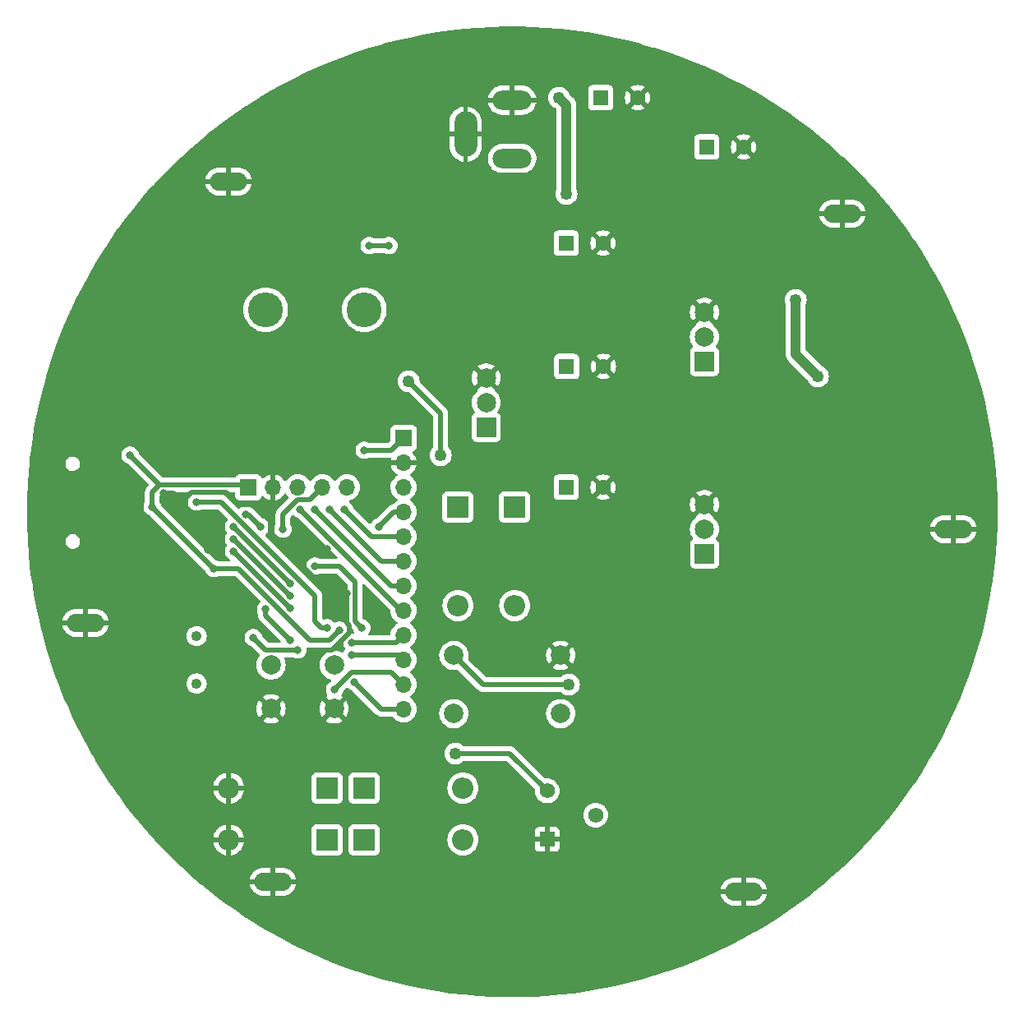
<source format=gbl>
G04 #@! TF.GenerationSoftware,KiCad,Pcbnew,7.0.1*
G04 #@! TF.CreationDate,2024-08-11T16:24:43+02:00*
G04 #@! TF.ProjectId,uTesla,75546573-6c61-42e6-9b69-6361645f7063,rev?*
G04 #@! TF.SameCoordinates,Original*
G04 #@! TF.FileFunction,Copper,L2,Bot*
G04 #@! TF.FilePolarity,Positive*
%FSLAX46Y46*%
G04 Gerber Fmt 4.6, Leading zero omitted, Abs format (unit mm)*
G04 Created by KiCad (PCBNEW 7.0.1) date 2024-08-11 16:24:43*
%MOMM*%
%LPD*%
G01*
G04 APERTURE LIST*
G04 #@! TA.AperFunction,ComponentPad*
%ADD10R,1.995000X1.995000*%
G04 #@! TD*
G04 #@! TA.AperFunction,ComponentPad*
%ADD11C,1.995000*%
G04 #@! TD*
G04 #@! TA.AperFunction,ComponentPad*
%ADD12C,2.000000*%
G04 #@! TD*
G04 #@! TA.AperFunction,ComponentPad*
%ADD13R,2.200000X2.200000*%
G04 #@! TD*
G04 #@! TA.AperFunction,ComponentPad*
%ADD14O,2.200000X2.200000*%
G04 #@! TD*
G04 #@! TA.AperFunction,ComponentPad*
%ADD15C,1.080000*%
G04 #@! TD*
G04 #@! TA.AperFunction,ComponentPad*
%ADD16R,1.600000X1.600000*%
G04 #@! TD*
G04 #@! TA.AperFunction,ComponentPad*
%ADD17C,1.600000*%
G04 #@! TD*
G04 #@! TA.AperFunction,ComponentPad*
%ADD18O,2.350000X4.700000*%
G04 #@! TD*
G04 #@! TA.AperFunction,ComponentPad*
%ADD19O,4.000000X2.000000*%
G04 #@! TD*
G04 #@! TA.AperFunction,ComponentPad*
%ADD20R,1.560000X1.560000*%
G04 #@! TD*
G04 #@! TA.AperFunction,ComponentPad*
%ADD21C,1.560000*%
G04 #@! TD*
G04 #@! TA.AperFunction,ComponentPad*
%ADD22R,1.700000X1.700000*%
G04 #@! TD*
G04 #@! TA.AperFunction,ComponentPad*
%ADD23O,1.700000X1.700000*%
G04 #@! TD*
G04 #@! TA.AperFunction,ComponentPad*
%ADD24C,3.600000*%
G04 #@! TD*
G04 #@! TA.AperFunction,SMDPad,CuDef*
%ADD25O,3.810000X1.905000*%
G04 #@! TD*
G04 #@! TA.AperFunction,ViaPad*
%ADD26C,1.250000*%
G04 #@! TD*
G04 #@! TA.AperFunction,ViaPad*
%ADD27C,0.800000*%
G04 #@! TD*
G04 #@! TA.AperFunction,Conductor*
%ADD28C,1.016000*%
G04 #@! TD*
G04 #@! TA.AperFunction,Conductor*
%ADD29C,0.508000*%
G04 #@! TD*
G04 APERTURE END LIST*
D10*
X137018000Y-80180500D03*
D11*
X137018000Y-77640500D03*
X137018000Y-75100500D03*
D12*
X144692000Y-103680000D03*
X133692000Y-103680000D03*
X144692000Y-109680000D03*
X133692000Y-109680000D03*
D10*
X159512000Y-93218000D03*
D11*
X159512000Y-90678000D03*
X159512000Y-88138000D03*
D13*
X120650000Y-122682000D03*
D14*
X110490000Y-122682000D03*
D15*
X107188000Y-101700000D03*
X107188000Y-106580000D03*
D13*
X120650000Y-117348000D03*
D14*
X110490000Y-117348000D03*
D16*
X145263349Y-86360000D03*
D17*
X149063349Y-86360000D03*
D13*
X134112000Y-88392000D03*
D14*
X134112000Y-98552000D03*
D13*
X139954000Y-88392000D03*
D14*
X139954000Y-98552000D03*
D16*
X148819349Y-46228000D03*
D17*
X152619349Y-46228000D03*
D18*
X134900000Y-49982000D03*
D19*
X139700000Y-46482000D03*
X139700000Y-52482000D03*
D20*
X143302000Y-122642000D03*
D21*
X148302000Y-120142000D03*
X143302000Y-117642000D03*
D22*
X128524000Y-81280000D03*
D23*
X128524000Y-83820000D03*
X128524000Y-86360000D03*
X128524000Y-88900000D03*
X128524000Y-91440000D03*
X128524000Y-93980000D03*
X128524000Y-96520000D03*
X128524000Y-99060000D03*
X128524000Y-101600000D03*
X128524000Y-104140000D03*
X128524000Y-106680000D03*
X128524000Y-109220000D03*
D16*
X159741349Y-51308000D03*
D17*
X163541349Y-51308000D03*
D10*
X159512000Y-73406000D03*
D11*
X159512000Y-70866000D03*
X159512000Y-68326000D03*
D12*
X114860000Y-104684000D03*
X121360000Y-104684000D03*
X114860000Y-109184000D03*
X121360000Y-109184000D03*
D22*
X112522000Y-86360000D03*
D23*
X115062000Y-86360000D03*
X117602000Y-86360000D03*
X120142000Y-86360000D03*
X122682000Y-86360000D03*
D16*
X145263349Y-61214000D03*
D17*
X149063349Y-61214000D03*
D24*
X124460000Y-68072000D03*
X114300000Y-68072000D03*
D13*
X124460000Y-122682000D03*
D14*
X134620000Y-122682000D03*
D13*
X124460000Y-117348000D03*
D14*
X134620000Y-117348000D03*
D16*
X145298000Y-73914000D03*
D17*
X149098000Y-73914000D03*
D25*
X163576000Y-128016000D03*
X185166000Y-90678000D03*
X95758000Y-100330000D03*
X110490000Y-54864000D03*
X173736000Y-58166000D03*
X115062000Y-127000000D03*
D26*
X145288000Y-56134000D03*
X171196000Y-74930000D03*
X144526000Y-46228000D03*
X168910000Y-67056000D03*
D27*
X136652000Y-92456000D03*
X130810000Y-114808000D03*
X141478000Y-56896000D03*
X104902000Y-60960000D03*
X127508000Y-72136000D03*
X120650000Y-92710000D03*
X99314000Y-94234000D03*
X120142000Y-113284000D03*
X127508000Y-111252000D03*
X115062000Y-75692000D03*
X113792000Y-88392000D03*
X133096000Y-106680000D03*
X155448000Y-72644000D03*
X137414000Y-98552000D03*
X134874000Y-83312000D03*
X114300000Y-84201000D03*
X172212000Y-120142000D03*
X122682000Y-97282000D03*
X139700000Y-121666000D03*
X119126000Y-68834000D03*
X146304000Y-41910000D03*
X136652000Y-44704000D03*
X155448000Y-93218000D03*
X164592000Y-119126000D03*
X134112000Y-77470000D03*
X105410000Y-113030000D03*
X164592000Y-67056000D03*
X141732000Y-82550000D03*
X176530000Y-65532000D03*
X98806000Y-86614000D03*
X171958000Y-112268000D03*
X102870000Y-83566000D03*
X154686000Y-53340000D03*
X179832000Y-85852000D03*
X103759000Y-86995000D03*
X167132000Y-56896000D03*
X128778000Y-125984000D03*
X117602000Y-58674000D03*
X126238000Y-52578000D03*
X163322000Y-78994000D03*
X157734000Y-114554000D03*
X124968000Y-97790000D03*
X158496000Y-81534000D03*
X138176000Y-110236000D03*
X160782000Y-100838000D03*
X102108000Y-78232000D03*
X176530000Y-90932000D03*
X115316000Y-122682000D03*
X181356000Y-98806000D03*
X123190000Y-64262000D03*
X150622000Y-90678000D03*
X168402000Y-96266000D03*
X121793000Y-81153000D03*
X125222000Y-88138000D03*
X114554000Y-50038000D03*
X154432000Y-129032000D03*
X107442000Y-90932000D03*
X119380000Y-95758000D03*
X108966000Y-81280000D03*
X108331000Y-92837000D03*
X118364000Y-108204000D03*
X153670000Y-64008000D03*
X143256000Y-67818000D03*
X113538000Y-113030000D03*
X142494000Y-49530000D03*
X146050000Y-99314000D03*
X111760000Y-64008000D03*
X130556000Y-61722000D03*
X123190000Y-77978000D03*
X92964000Y-87376000D03*
X127000000Y-61468000D03*
D26*
X132334000Y-83058000D03*
X129032000Y-75438000D03*
X133858000Y-113792000D03*
D27*
X124968000Y-61468000D03*
X108966000Y-94742000D03*
X124460000Y-82550000D03*
X102616000Y-88392000D03*
X121920000Y-101092000D03*
X100330000Y-83058000D03*
X124206000Y-100838000D03*
X119380000Y-94488000D03*
D26*
X145542000Y-106680000D03*
D27*
X116078000Y-90678000D03*
X125984000Y-90424000D03*
X122428000Y-88646000D03*
X120904000Y-88646000D03*
X119380000Y-88646000D03*
X117856000Y-88646000D03*
X114300000Y-98933000D03*
X123190000Y-102362000D03*
X116840000Y-102108000D03*
X117602000Y-103124000D03*
X113030000Y-101854000D03*
X123190000Y-103632000D03*
X121412000Y-107188000D03*
X123444000Y-106426000D03*
X113792000Y-90424000D03*
X112268000Y-89154000D03*
X110998000Y-90424000D03*
X116840000Y-96266000D03*
X107188000Y-87884000D03*
X120650000Y-100838000D03*
X110998000Y-91694000D03*
X116840000Y-97536000D03*
X116840000Y-98806000D03*
X110998000Y-92964000D03*
D28*
X145288000Y-46990000D02*
X144526000Y-46228000D01*
X168910000Y-72644000D02*
X171196000Y-74930000D01*
X168910000Y-67056000D02*
X168910000Y-72644000D01*
X145288000Y-56134000D02*
X145288000Y-46990000D01*
D29*
X118110000Y-94488000D02*
X114808000Y-91186000D01*
X121158000Y-103124000D02*
X120142000Y-103124000D01*
X114808000Y-91186000D02*
X114808000Y-89408000D01*
X108331000Y-91821000D02*
X108331000Y-92837000D01*
X107442000Y-90932000D02*
X108331000Y-91821000D01*
X122936000Y-100584000D02*
X122936000Y-101346000D01*
X122682000Y-100330000D02*
X122936000Y-100584000D01*
X118110000Y-94488000D02*
X118110000Y-93726000D01*
X106680000Y-86868000D02*
X105664000Y-87884000D01*
X113538000Y-88138000D02*
X111506000Y-88138000D01*
X119126000Y-92710000D02*
X120650000Y-92710000D01*
X111506000Y-88138000D02*
X110236000Y-86868000D01*
X103759000Y-86995000D02*
X104775000Y-86995000D01*
X105664000Y-89154000D02*
X107442000Y-90932000D01*
X118110000Y-93726000D02*
X119126000Y-92710000D01*
X119380000Y-95758000D02*
X118110000Y-94488000D01*
X120142000Y-103124000D02*
X118364000Y-104902000D01*
X122682000Y-97282000D02*
X122682000Y-100330000D01*
X104775000Y-86995000D02*
X105664000Y-87884000D01*
X122936000Y-101346000D02*
X121158000Y-103124000D01*
X105664000Y-87884000D02*
X105664000Y-89154000D01*
X113792000Y-88392000D02*
X113538000Y-88138000D01*
X118364000Y-104902000D02*
X118364000Y-108204000D01*
X110236000Y-86868000D02*
X106680000Y-86868000D01*
X114808000Y-89408000D02*
X113792000Y-88392000D01*
X139452000Y-113792000D02*
X143302000Y-117642000D01*
X129032000Y-75438000D02*
X132334000Y-78740000D01*
X124968000Y-61468000D02*
X127000000Y-61468000D01*
X133858000Y-113792000D02*
X139452000Y-113792000D01*
X132334000Y-78740000D02*
X132334000Y-83058000D01*
X103378000Y-86106000D02*
X100330000Y-83058000D01*
X128524000Y-81280000D02*
X127254000Y-82550000D01*
X118872000Y-102108000D02*
X111506000Y-94742000D01*
X121920000Y-101092000D02*
X120904000Y-102108000D01*
X102616000Y-88392000D02*
X102616000Y-86868000D01*
X111506000Y-94742000D02*
X108966000Y-94742000D01*
X108966000Y-94742000D02*
X102616000Y-88392000D01*
X120904000Y-102108000D02*
X118872000Y-102108000D01*
X112268000Y-86106000D02*
X112522000Y-86360000D01*
X103378000Y-86106000D02*
X112268000Y-86106000D01*
X102616000Y-86868000D02*
X103378000Y-86106000D01*
X127254000Y-82550000D02*
X124460000Y-82550000D01*
X124206000Y-100838000D02*
X123536000Y-100168000D01*
X123536000Y-96104000D02*
X121920000Y-94488000D01*
X121920000Y-94488000D02*
X119380000Y-94488000D01*
X123536000Y-100168000D02*
X123536000Y-96104000D01*
X133692000Y-103680000D02*
X136692000Y-106680000D01*
X136692000Y-106680000D02*
X145542000Y-106680000D01*
X117568000Y-87664000D02*
X116078000Y-89154000D01*
X118838000Y-87664000D02*
X120142000Y-86360000D01*
X116078000Y-89154000D02*
X116078000Y-90678000D01*
X118838000Y-87664000D02*
X117568000Y-87664000D01*
X125984000Y-90424000D02*
X127508000Y-88900000D01*
X127508000Y-88900000D02*
X128524000Y-88900000D01*
X125222000Y-91440000D02*
X128524000Y-91440000D01*
X122428000Y-88646000D02*
X125222000Y-91440000D01*
X126238000Y-93980000D02*
X128524000Y-93980000D01*
X120904000Y-88646000D02*
X126238000Y-93980000D01*
X127254000Y-96520000D02*
X128524000Y-96520000D01*
X119380000Y-88646000D02*
X127254000Y-96520000D01*
X128270000Y-99060000D02*
X128524000Y-99060000D01*
X117856000Y-88646000D02*
X128270000Y-99060000D01*
X123190000Y-102362000D02*
X127762000Y-102362000D01*
X114300000Y-99568000D02*
X116840000Y-102108000D01*
X114300000Y-98933000D02*
X114300000Y-99568000D01*
X127762000Y-102362000D02*
X128524000Y-101600000D01*
X114300000Y-103124000D02*
X113030000Y-101854000D01*
X128016000Y-103632000D02*
X128524000Y-104140000D01*
X123190000Y-103632000D02*
X128016000Y-103632000D01*
X117602000Y-103124000D02*
X114300000Y-103124000D01*
X127254000Y-105410000D02*
X128524000Y-106680000D01*
X123190000Y-105410000D02*
X127254000Y-105410000D01*
X121412000Y-107188000D02*
X123190000Y-105410000D01*
X123444000Y-106426000D02*
X126238000Y-109220000D01*
X126238000Y-109220000D02*
X128524000Y-109220000D01*
X112522000Y-89154000D02*
X112268000Y-89154000D01*
X113792000Y-90424000D02*
X112522000Y-89154000D01*
X110998000Y-90424000D02*
X116840000Y-96266000D01*
X107188000Y-87884000D02*
X109728000Y-87884000D01*
X119380000Y-97536000D02*
X119380000Y-100203000D01*
X120015000Y-100838000D02*
X120650000Y-100838000D01*
X109728000Y-87884000D02*
X119380000Y-97536000D01*
X119380000Y-100203000D02*
X120015000Y-100838000D01*
X110998000Y-91694000D02*
X116840000Y-97536000D01*
X110998000Y-92964000D02*
X116840000Y-98806000D01*
G04 #@! TA.AperFunction,Conductor*
G36*
X124452818Y-96328955D02*
G01*
X124502181Y-96359205D01*
X127133106Y-98990130D01*
X127157807Y-99025406D01*
X127168953Y-99067003D01*
X127188936Y-99295407D01*
X127233144Y-99460394D01*
X127250097Y-99523663D01*
X127349965Y-99737830D01*
X127485505Y-99931401D01*
X127652599Y-100098495D01*
X127838160Y-100228426D01*
X127877024Y-100272743D01*
X127891035Y-100330000D01*
X127877024Y-100387257D01*
X127838159Y-100431575D01*
X127813245Y-100449020D01*
X127677708Y-100543924D01*
X127652595Y-100561508D01*
X127485505Y-100728598D01*
X127349965Y-100922170D01*
X127250097Y-101136336D01*
X127188936Y-101364592D01*
X127177588Y-101494307D01*
X127157661Y-101551639D01*
X127112910Y-101592645D01*
X127054060Y-101607500D01*
X125003390Y-101607500D01*
X124948255Y-101594568D01*
X124904620Y-101558470D01*
X124881586Y-101506735D01*
X124883958Y-101450153D01*
X124911241Y-101400527D01*
X124938533Y-101370216D01*
X125033179Y-101206284D01*
X125041358Y-101181112D01*
X125091674Y-101026256D01*
X125111460Y-100838000D01*
X125091674Y-100649744D01*
X125057291Y-100543924D01*
X125033179Y-100469715D01*
X124938533Y-100305783D01*
X124811870Y-100165110D01*
X124658732Y-100053849D01*
X124535298Y-99998893D01*
X124485803Y-99976856D01*
X124462704Y-99971946D01*
X124427850Y-99964537D01*
X124394464Y-99952220D01*
X124365952Y-99930928D01*
X124326819Y-99891795D01*
X124299939Y-99851567D01*
X124290500Y-99804114D01*
X124290500Y-96446886D01*
X124304015Y-96390591D01*
X124341615Y-96346568D01*
X124395102Y-96324413D01*
X124452818Y-96328955D01*
G37*
G04 #@! TD.AperFunction*
G04 #@! TA.AperFunction,Conductor*
G36*
X122977108Y-100678006D02*
G01*
X123008938Y-100708036D01*
X123011525Y-100710549D01*
X123295951Y-100994975D01*
X123326201Y-101044338D01*
X123378820Y-101206283D01*
X123420701Y-101278824D01*
X123437068Y-101333038D01*
X123427624Y-101388875D01*
X123394337Y-101434690D01*
X123344151Y-101460927D01*
X123287533Y-101462113D01*
X123284649Y-101461500D01*
X123284646Y-101461500D01*
X123095354Y-101461500D01*
X123095351Y-101461500D01*
X122931004Y-101496432D01*
X122866905Y-101493073D01*
X122813073Y-101458114D01*
X122783934Y-101400922D01*
X122787292Y-101336827D01*
X122805674Y-101280256D01*
X122825460Y-101092000D01*
X122805674Y-100903744D01*
X122774082Y-100806517D01*
X122770845Y-100741855D01*
X122800640Y-100684374D01*
X122855346Y-100649746D01*
X122920048Y-100647411D01*
X122977108Y-100678006D01*
G37*
G04 #@! TD.AperFunction*
G04 #@! TA.AperFunction,Conductor*
G36*
X106753716Y-86878435D02*
G01*
X106799370Y-86927051D01*
X106813236Y-86992286D01*
X106791304Y-87055268D01*
X106739917Y-87097779D01*
X106735269Y-87099848D01*
X106582129Y-87211110D01*
X106455466Y-87351783D01*
X106360820Y-87515715D01*
X106302326Y-87695742D01*
X106282540Y-87884000D01*
X106302326Y-88072257D01*
X106360820Y-88252284D01*
X106455466Y-88416216D01*
X106582129Y-88556889D01*
X106735269Y-88668151D01*
X106908197Y-88745144D01*
X107093352Y-88784500D01*
X107093354Y-88784500D01*
X107282646Y-88784500D01*
X107282648Y-88784500D01*
X107420450Y-88755209D01*
X107467803Y-88745144D01*
X107640730Y-88668151D01*
X107648949Y-88662179D01*
X107683513Y-88644569D01*
X107721831Y-88638500D01*
X109364114Y-88638500D01*
X109411567Y-88647939D01*
X109451795Y-88674819D01*
X110373339Y-89596363D01*
X110404854Y-89649865D01*
X110406480Y-89711938D01*
X110377808Y-89767016D01*
X110265466Y-89891783D01*
X110170820Y-90055715D01*
X110112326Y-90235742D01*
X110103817Y-90316706D01*
X110092540Y-90424000D01*
X110093233Y-90430592D01*
X110112326Y-90612257D01*
X110170820Y-90792284D01*
X110265466Y-90956216D01*
X110283305Y-90976028D01*
X110311472Y-91029002D01*
X110311472Y-91088998D01*
X110283305Y-91141972D01*
X110265466Y-91161783D01*
X110170820Y-91325715D01*
X110112326Y-91505742D01*
X110092540Y-91694000D01*
X110112326Y-91882257D01*
X110170820Y-92062284D01*
X110265466Y-92226216D01*
X110283305Y-92246028D01*
X110311472Y-92299002D01*
X110311472Y-92358998D01*
X110283305Y-92411972D01*
X110265466Y-92431783D01*
X110170820Y-92595715D01*
X110112326Y-92775742D01*
X110092540Y-92963999D01*
X110112326Y-93152257D01*
X110170820Y-93332284D01*
X110265466Y-93496216D01*
X110392129Y-93636889D01*
X110545269Y-93748151D01*
X110549917Y-93750221D01*
X110601304Y-93792732D01*
X110623236Y-93855714D01*
X110609370Y-93920949D01*
X110563716Y-93969565D01*
X110499481Y-93987500D01*
X109499831Y-93987500D01*
X109461513Y-93981431D01*
X109426949Y-93963820D01*
X109418730Y-93957849D01*
X109418729Y-93957848D01*
X109418727Y-93957847D01*
X109245804Y-93880856D01*
X109187850Y-93868537D01*
X109154464Y-93856220D01*
X109125952Y-93834928D01*
X103526049Y-88235025D01*
X103495799Y-88185662D01*
X103443179Y-88023715D01*
X103387113Y-87926606D01*
X103370500Y-87864606D01*
X103370500Y-87231886D01*
X103379939Y-87184433D01*
X103406819Y-87144205D01*
X103654205Y-86896819D01*
X103694433Y-86869939D01*
X103741886Y-86860500D01*
X106689481Y-86860500D01*
X106753716Y-86878435D01*
G37*
G04 #@! TD.AperFunction*
G04 #@! TA.AperFunction,Conductor*
G36*
X140409301Y-38905556D02*
G01*
X141820315Y-38945502D01*
X141823765Y-38945648D01*
X143233116Y-39025511D01*
X143236556Y-39025754D01*
X144548026Y-39137377D01*
X144643065Y-39145466D01*
X144646560Y-39145813D01*
X146049134Y-39305281D01*
X146052529Y-39305716D01*
X147377327Y-39494455D01*
X147450011Y-39504810D01*
X147453481Y-39505354D01*
X148844788Y-39743917D01*
X148848142Y-39744542D01*
X150232155Y-40022385D01*
X150235521Y-40023110D01*
X151611138Y-40340012D01*
X151614465Y-40340829D01*
X152980554Y-40696530D01*
X152983846Y-40697437D01*
X154153187Y-41037521D01*
X154339324Y-41091656D01*
X154342679Y-41092684D01*
X155686361Y-41525072D01*
X155689687Y-41526194D01*
X157020648Y-41996453D01*
X157023894Y-41997652D01*
X158341022Y-42505390D01*
X158344247Y-42506686D01*
X159624944Y-43042484D01*
X159646445Y-43051479D01*
X159649663Y-43052879D01*
X160935904Y-43634297D01*
X160939081Y-43635787D01*
X162208394Y-44253391D01*
X162211527Y-44254971D01*
X163462813Y-44908225D01*
X163465899Y-44909892D01*
X164698245Y-45598322D01*
X164701252Y-45600058D01*
X165913620Y-46323085D01*
X165916538Y-46324881D01*
X167107980Y-47081940D01*
X167110909Y-47083860D01*
X168280438Y-47874322D01*
X168283255Y-47876285D01*
X168704920Y-48179011D01*
X169429931Y-48699519D01*
X169432753Y-48701606D01*
X170251622Y-49325356D01*
X170550847Y-49553282D01*
X170555667Y-49556953D01*
X170558417Y-49559110D01*
X171656677Y-50445893D01*
X171659342Y-50448107D01*
X172664707Y-51308001D01*
X172732050Y-51365600D01*
X172734677Y-51367911D01*
X173670661Y-52215484D01*
X173781032Y-52315430D01*
X173783599Y-52317822D01*
X174802699Y-53294550D01*
X174805156Y-53296972D01*
X175796205Y-54302146D01*
X175798623Y-54304668D01*
X176231152Y-54768939D01*
X176760840Y-55337497D01*
X176763195Y-55340098D01*
X177279119Y-55926301D01*
X177644712Y-56341696D01*
X177695774Y-56399713D01*
X177698048Y-56402372D01*
X178598263Y-57485541D01*
X178600279Y-57487966D01*
X178602474Y-57490685D01*
X179473639Y-58601399D01*
X179475724Y-58604135D01*
X180315111Y-59739063D01*
X180317157Y-59741913D01*
X181124072Y-60900112D01*
X181126037Y-60903020D01*
X181899825Y-62083545D01*
X181901699Y-62086493D01*
X182006272Y-62256330D01*
X182641821Y-63288528D01*
X182643618Y-63291542D01*
X183061038Y-64014534D01*
X183348577Y-64512567D01*
X183349386Y-64513967D01*
X183351098Y-64517031D01*
X184022009Y-65758975D01*
X184023633Y-65762086D01*
X184659122Y-67022504D01*
X184660657Y-67025659D01*
X185260217Y-68303543D01*
X185261663Y-68306741D01*
X185824841Y-69601125D01*
X185826195Y-69604363D01*
X186352485Y-70914086D01*
X186353748Y-70917360D01*
X186842794Y-72241535D01*
X186843963Y-72244844D01*
X187121133Y-73066130D01*
X187220500Y-73360567D01*
X187295329Y-73582292D01*
X187296399Y-73585620D01*
X187525883Y-74334962D01*
X187709741Y-74935320D01*
X187710721Y-74938690D01*
X188085699Y-76299539D01*
X188086583Y-76302935D01*
X188422896Y-77673833D01*
X188423684Y-77677253D01*
X188721069Y-79057121D01*
X188721760Y-79060562D01*
X188979983Y-80448327D01*
X188980576Y-80451786D01*
X189199417Y-81846267D01*
X189199912Y-81849741D01*
X189379209Y-83249888D01*
X189379605Y-83253375D01*
X189519201Y-84657986D01*
X189519499Y-84661483D01*
X189619295Y-86069543D01*
X189619493Y-86073046D01*
X189679400Y-87483293D01*
X189679500Y-87486801D01*
X189699475Y-88898245D01*
X189699475Y-88901755D01*
X189679500Y-90313198D01*
X189679400Y-90316706D01*
X189619493Y-91726953D01*
X189619295Y-91730456D01*
X189519499Y-93138516D01*
X189519201Y-93142013D01*
X189379605Y-94546624D01*
X189379209Y-94550111D01*
X189199912Y-95950258D01*
X189199417Y-95953732D01*
X188980576Y-97348213D01*
X188979983Y-97351672D01*
X188721760Y-98739437D01*
X188721069Y-98742878D01*
X188423684Y-100122746D01*
X188422896Y-100126166D01*
X188086583Y-101497064D01*
X188085699Y-101500460D01*
X187710721Y-102861309D01*
X187709741Y-102864679D01*
X187296404Y-104214366D01*
X187295329Y-104217707D01*
X186843963Y-105555155D01*
X186842794Y-105558464D01*
X186353748Y-106882639D01*
X186352485Y-106885913D01*
X185826195Y-108195636D01*
X185824841Y-108198874D01*
X185261663Y-109493258D01*
X185260217Y-109496456D01*
X184660657Y-110774340D01*
X184659122Y-110777495D01*
X184023633Y-112037913D01*
X184022009Y-112041024D01*
X183351098Y-113282968D01*
X183349386Y-113286032D01*
X182643618Y-114508457D01*
X182641821Y-114511471D01*
X181901708Y-115713492D01*
X181899825Y-115716454D01*
X181126037Y-116896979D01*
X181124072Y-116899887D01*
X180317157Y-118058086D01*
X180315111Y-118060936D01*
X179475745Y-119195836D01*
X179473618Y-119198628D01*
X178602484Y-120309302D01*
X178600279Y-120312033D01*
X177698055Y-121397619D01*
X177695774Y-121400286D01*
X176763195Y-122459901D01*
X176760840Y-122462502D01*
X175798634Y-123495319D01*
X175796205Y-123497853D01*
X174805177Y-124503006D01*
X174802678Y-124505470D01*
X173783599Y-125482177D01*
X173781032Y-125484569D01*
X172734685Y-126432081D01*
X172732050Y-126434399D01*
X171659359Y-127351877D01*
X171656660Y-127354120D01*
X170558428Y-128240880D01*
X170555667Y-128243046D01*
X169432753Y-129098393D01*
X169429931Y-129100480D01*
X168283286Y-129923692D01*
X168280407Y-129925698D01*
X167110915Y-130716135D01*
X167107980Y-130718059D01*
X165916573Y-131475096D01*
X165913584Y-131476936D01*
X164701268Y-132199931D01*
X164698229Y-132201686D01*
X163465901Y-132890106D01*
X163462813Y-132891774D01*
X162211527Y-133545028D01*
X162208394Y-133546608D01*
X160939081Y-134164212D01*
X160935904Y-134165702D01*
X159649663Y-134747120D01*
X159646445Y-134748520D01*
X158344263Y-135293306D01*
X158341006Y-135294615D01*
X157023917Y-135802338D01*
X157020625Y-135803554D01*
X155689686Y-136273805D01*
X155686361Y-136274927D01*
X154342679Y-136707315D01*
X154339324Y-136708343D01*
X152983891Y-137102549D01*
X152980507Y-137103481D01*
X151614506Y-137459160D01*
X151611098Y-137459996D01*
X150235553Y-137776882D01*
X150232122Y-137777621D01*
X148848190Y-138055448D01*
X148844740Y-138056090D01*
X147453478Y-138294645D01*
X147450011Y-138295189D01*
X146052572Y-138494277D01*
X146049091Y-138494723D01*
X144646557Y-138654186D01*
X144643065Y-138654533D01*
X143236587Y-138774242D01*
X143233086Y-138774490D01*
X141823793Y-138854349D01*
X141820287Y-138854498D01*
X140409301Y-138894444D01*
X140405792Y-138894494D01*
X138994208Y-138894494D01*
X138990699Y-138894444D01*
X137579712Y-138854498D01*
X137576206Y-138854349D01*
X136166913Y-138774490D01*
X136163412Y-138774242D01*
X134756934Y-138654533D01*
X134753442Y-138654186D01*
X133350908Y-138494723D01*
X133347427Y-138494277D01*
X131949988Y-138295189D01*
X131946521Y-138294645D01*
X130555259Y-138056090D01*
X130551809Y-138055448D01*
X129167877Y-137777621D01*
X129164446Y-137776882D01*
X127788901Y-137459996D01*
X127785493Y-137459160D01*
X126419492Y-137103481D01*
X126416108Y-137102549D01*
X125060675Y-136708343D01*
X125057320Y-136707315D01*
X123713638Y-136274927D01*
X123710313Y-136273805D01*
X122379374Y-135803554D01*
X122376082Y-135802338D01*
X121058993Y-135294615D01*
X121055736Y-135293306D01*
X119753554Y-134748520D01*
X119750336Y-134747120D01*
X118464095Y-134165702D01*
X118460918Y-134164212D01*
X117191605Y-133546608D01*
X117188472Y-133545028D01*
X115937186Y-132891774D01*
X115934098Y-132890106D01*
X114701770Y-132201686D01*
X114698731Y-132199931D01*
X114381507Y-132010746D01*
X113486399Y-131476926D01*
X113483442Y-131475106D01*
X112292019Y-130718059D01*
X112289084Y-130716135D01*
X111119592Y-129925698D01*
X111116713Y-129923692D01*
X109970068Y-129100480D01*
X109967246Y-129098393D01*
X108844332Y-128243046D01*
X108841571Y-128240880D01*
X108729205Y-128150151D01*
X107743329Y-127354112D01*
X107740640Y-127351877D01*
X107621528Y-127250000D01*
X112678633Y-127250000D01*
X112696619Y-127357792D01*
X112774780Y-127585460D01*
X112889348Y-127797164D01*
X113037201Y-127987126D01*
X113214292Y-128150151D01*
X113415819Y-128281815D01*
X113636255Y-128378506D01*
X113869611Y-128437600D01*
X114049418Y-128452500D01*
X114812000Y-128452500D01*
X114812000Y-127250000D01*
X115312000Y-127250000D01*
X115312000Y-128452500D01*
X116074582Y-128452500D01*
X116254388Y-128437600D01*
X116487744Y-128378506D01*
X116708180Y-128281815D01*
X116732387Y-128266000D01*
X161192633Y-128266000D01*
X161210619Y-128373792D01*
X161288780Y-128601460D01*
X161403348Y-128813164D01*
X161551201Y-129003126D01*
X161728292Y-129166151D01*
X161929819Y-129297815D01*
X162150255Y-129394506D01*
X162383611Y-129453600D01*
X162563418Y-129468500D01*
X163326000Y-129468500D01*
X163326000Y-128266000D01*
X163826000Y-128266000D01*
X163826000Y-129468500D01*
X164588582Y-129468500D01*
X164768388Y-129453600D01*
X165001744Y-129394506D01*
X165222180Y-129297815D01*
X165423707Y-129166151D01*
X165600798Y-129003126D01*
X165748651Y-128813164D01*
X165863219Y-128601460D01*
X165941380Y-128373792D01*
X165959367Y-128266000D01*
X163826000Y-128266000D01*
X163326000Y-128266000D01*
X161192633Y-128266000D01*
X116732387Y-128266000D01*
X116909707Y-128150151D01*
X117086798Y-127987126D01*
X117234651Y-127797164D01*
X117251517Y-127765999D01*
X161192633Y-127765999D01*
X161192634Y-127766000D01*
X163326000Y-127766000D01*
X163326000Y-126563500D01*
X163826000Y-126563500D01*
X163826000Y-127766000D01*
X165959366Y-127766000D01*
X165959366Y-127765999D01*
X165941380Y-127658207D01*
X165863219Y-127430539D01*
X165748651Y-127218835D01*
X165600798Y-127028873D01*
X165423707Y-126865848D01*
X165222180Y-126734184D01*
X165001744Y-126637493D01*
X164768388Y-126578399D01*
X164588582Y-126563500D01*
X163826000Y-126563500D01*
X163326000Y-126563500D01*
X162563418Y-126563500D01*
X162383611Y-126578399D01*
X162150255Y-126637493D01*
X161929819Y-126734184D01*
X161728292Y-126865848D01*
X161551201Y-127028873D01*
X161403348Y-127218835D01*
X161288780Y-127430539D01*
X161210619Y-127658207D01*
X161192633Y-127765999D01*
X117251517Y-127765999D01*
X117349219Y-127585460D01*
X117427380Y-127357792D01*
X117445367Y-127250000D01*
X115312000Y-127250000D01*
X114812000Y-127250000D01*
X112678633Y-127250000D01*
X107621528Y-127250000D01*
X107036940Y-126749999D01*
X112678633Y-126749999D01*
X112678634Y-126750000D01*
X114812000Y-126750000D01*
X114812000Y-125547500D01*
X115312000Y-125547500D01*
X115312000Y-126750000D01*
X117445366Y-126750000D01*
X117445366Y-126749999D01*
X117427380Y-126642207D01*
X117349219Y-126414539D01*
X117234651Y-126202835D01*
X117086798Y-126012873D01*
X116909707Y-125849848D01*
X116708180Y-125718184D01*
X116487744Y-125621493D01*
X116254388Y-125562399D01*
X116074582Y-125547500D01*
X115312000Y-125547500D01*
X114812000Y-125547500D01*
X114049418Y-125547500D01*
X113869611Y-125562399D01*
X113636255Y-125621493D01*
X113415819Y-125718184D01*
X113214292Y-125849848D01*
X113037201Y-126012873D01*
X112889348Y-126202835D01*
X112774780Y-126414539D01*
X112696619Y-126642207D01*
X112678633Y-126749999D01*
X107036940Y-126749999D01*
X106818890Y-126563500D01*
X106667946Y-126434396D01*
X106665314Y-126432081D01*
X105618967Y-125484569D01*
X105616400Y-125482177D01*
X105526482Y-125395998D01*
X104597300Y-124505450D01*
X104594843Y-124503027D01*
X103603781Y-123497840D01*
X103601365Y-123495319D01*
X103522680Y-123410860D01*
X103076558Y-122932000D01*
X108904728Y-122932000D01*
X108904811Y-122933068D01*
X108963603Y-123177956D01*
X109059982Y-123410632D01*
X109191569Y-123625364D01*
X109355130Y-123816869D01*
X109546635Y-123980430D01*
X109761367Y-124112017D01*
X109994043Y-124208396D01*
X110238931Y-124267188D01*
X110240000Y-124267272D01*
X110240000Y-122932000D01*
X110740000Y-122932000D01*
X110740000Y-124267272D01*
X110741068Y-124267188D01*
X110985956Y-124208396D01*
X111218632Y-124112017D01*
X111433364Y-123980430D01*
X111609648Y-123829869D01*
X119049500Y-123829869D01*
X119053315Y-123865352D01*
X119055909Y-123889483D01*
X119106204Y-124024331D01*
X119192454Y-124139546D01*
X119307669Y-124225796D01*
X119442517Y-124276091D01*
X119502127Y-124282500D01*
X121797872Y-124282499D01*
X121857483Y-124276091D01*
X121992331Y-124225796D01*
X122107546Y-124139546D01*
X122193796Y-124024331D01*
X122244091Y-123889483D01*
X122250500Y-123829873D01*
X122250500Y-123829869D01*
X122859500Y-123829869D01*
X122863315Y-123865352D01*
X122865909Y-123889483D01*
X122916204Y-124024331D01*
X123002454Y-124139546D01*
X123117669Y-124225796D01*
X123252517Y-124276091D01*
X123312127Y-124282500D01*
X125607872Y-124282499D01*
X125667483Y-124276091D01*
X125802331Y-124225796D01*
X125917546Y-124139546D01*
X126003796Y-124024331D01*
X126054091Y-123889483D01*
X126060500Y-123829873D01*
X126060499Y-122681999D01*
X133014551Y-122681999D01*
X133034317Y-122933149D01*
X133093126Y-123178110D01*
X133141330Y-123294484D01*
X133189534Y-123410859D01*
X133321164Y-123625659D01*
X133484776Y-123817224D01*
X133676341Y-123980836D01*
X133891141Y-124112466D01*
X134123889Y-124208873D01*
X134368852Y-124267683D01*
X134620000Y-124287449D01*
X134871148Y-124267683D01*
X135116111Y-124208873D01*
X135348859Y-124112466D01*
X135563659Y-123980836D01*
X135755224Y-123817224D01*
X135918836Y-123625659D01*
X136050466Y-123410859D01*
X136146873Y-123178111D01*
X136205683Y-122933148D01*
X136208921Y-122892000D01*
X142022000Y-122892000D01*
X142022000Y-123469824D01*
X142028402Y-123529375D01*
X142078647Y-123664089D01*
X142164811Y-123779188D01*
X142279910Y-123865352D01*
X142414624Y-123915597D01*
X142474176Y-123922000D01*
X143052000Y-123922000D01*
X143052000Y-122892000D01*
X143552000Y-122892000D01*
X143552000Y-123922000D01*
X144129824Y-123922000D01*
X144189375Y-123915597D01*
X144324089Y-123865352D01*
X144439188Y-123779188D01*
X144525352Y-123664089D01*
X144575597Y-123529375D01*
X144582000Y-123469824D01*
X144582000Y-122892000D01*
X143552000Y-122892000D01*
X143052000Y-122892000D01*
X142022000Y-122892000D01*
X136208921Y-122892000D01*
X136225449Y-122682000D01*
X136205683Y-122430852D01*
X136196356Y-122392000D01*
X142022000Y-122392000D01*
X143052000Y-122392000D01*
X143052000Y-121362000D01*
X143552000Y-121362000D01*
X143552000Y-122392000D01*
X144582000Y-122392000D01*
X144582000Y-121814176D01*
X144575597Y-121754624D01*
X144525352Y-121619910D01*
X144439188Y-121504811D01*
X144324089Y-121418647D01*
X144189375Y-121368402D01*
X144129824Y-121362000D01*
X143552000Y-121362000D01*
X143052000Y-121362000D01*
X142474176Y-121362000D01*
X142414624Y-121368402D01*
X142279910Y-121418647D01*
X142164811Y-121504811D01*
X142078647Y-121619910D01*
X142028402Y-121754624D01*
X142022000Y-121814176D01*
X142022000Y-122392000D01*
X136196356Y-122392000D01*
X136146873Y-122185889D01*
X136050466Y-121953141D01*
X135918836Y-121738341D01*
X135755224Y-121546776D01*
X135563659Y-121383164D01*
X135348859Y-121251534D01*
X135232485Y-121203330D01*
X135116110Y-121155126D01*
X134871149Y-121096317D01*
X134620000Y-121076551D01*
X134368850Y-121096317D01*
X134123889Y-121155126D01*
X133891139Y-121251535D01*
X133676342Y-121383163D01*
X133484776Y-121546776D01*
X133321163Y-121738342D01*
X133274692Y-121814176D01*
X133189534Y-121953141D01*
X133175415Y-121987225D01*
X133093126Y-122185889D01*
X133034317Y-122430850D01*
X133014551Y-122681999D01*
X126060499Y-122681999D01*
X126060499Y-121534128D01*
X126054091Y-121474517D01*
X126003796Y-121339669D01*
X125917546Y-121224454D01*
X125802331Y-121138204D01*
X125667483Y-121087909D01*
X125607873Y-121081500D01*
X125607869Y-121081500D01*
X123312130Y-121081500D01*
X123252515Y-121087909D01*
X123117669Y-121138204D01*
X123002454Y-121224454D01*
X122916204Y-121339668D01*
X122865909Y-121474516D01*
X122859500Y-121534130D01*
X122859500Y-123829869D01*
X122250500Y-123829869D01*
X122250499Y-121534128D01*
X122244091Y-121474517D01*
X122193796Y-121339669D01*
X122107546Y-121224454D01*
X121992331Y-121138204D01*
X121857483Y-121087909D01*
X121797873Y-121081500D01*
X121797869Y-121081500D01*
X119502130Y-121081500D01*
X119442515Y-121087909D01*
X119307669Y-121138204D01*
X119192454Y-121224454D01*
X119106204Y-121339668D01*
X119055909Y-121474516D01*
X119049500Y-121534130D01*
X119049500Y-123829869D01*
X111609648Y-123829869D01*
X111624869Y-123816869D01*
X111788430Y-123625364D01*
X111920017Y-123410632D01*
X112016396Y-123177956D01*
X112075188Y-122933068D01*
X112075272Y-122932000D01*
X110740000Y-122932000D01*
X110240000Y-122932000D01*
X108904728Y-122932000D01*
X103076558Y-122932000D01*
X102843650Y-122682000D01*
X102639159Y-122462502D01*
X102636804Y-122459901D01*
X102612247Y-122431999D01*
X108904728Y-122431999D01*
X108904729Y-122432000D01*
X110240000Y-122432000D01*
X110240000Y-121096729D01*
X110239999Y-121096728D01*
X110740000Y-121096728D01*
X110740000Y-122432000D01*
X112075271Y-122432000D01*
X112075271Y-122431999D01*
X112075188Y-122430931D01*
X112016396Y-122186043D01*
X111920017Y-121953367D01*
X111788430Y-121738635D01*
X111624869Y-121547130D01*
X111433364Y-121383569D01*
X111218632Y-121251982D01*
X110985956Y-121155603D01*
X110741068Y-121096811D01*
X110740000Y-121096728D01*
X110239999Y-121096728D01*
X110238931Y-121096811D01*
X109994043Y-121155603D01*
X109761367Y-121251982D01*
X109546635Y-121383569D01*
X109355130Y-121547130D01*
X109191569Y-121738635D01*
X109059982Y-121953367D01*
X108963603Y-122186043D01*
X108904811Y-122430931D01*
X108904728Y-122431999D01*
X102612247Y-122431999D01*
X101833464Y-121547130D01*
X101704213Y-121400272D01*
X101701944Y-121397619D01*
X101677662Y-121368402D01*
X100799703Y-120312012D01*
X100797515Y-120309302D01*
X100666294Y-120141999D01*
X147016608Y-120141999D01*
X147036136Y-120365203D01*
X147036137Y-120365206D01*
X147094128Y-120581630D01*
X147188819Y-120784696D01*
X147317333Y-120968233D01*
X147475767Y-121126667D01*
X147659304Y-121255181D01*
X147862370Y-121349872D01*
X148078794Y-121407863D01*
X148302000Y-121427391D01*
X148525206Y-121407863D01*
X148741630Y-121349872D01*
X148944696Y-121255181D01*
X149128233Y-121126667D01*
X149286667Y-120968233D01*
X149415181Y-120784696D01*
X149509872Y-120581630D01*
X149567863Y-120365206D01*
X149587391Y-120142000D01*
X149567863Y-119918794D01*
X149509872Y-119702370D01*
X149415181Y-119499305D01*
X149286667Y-119315767D01*
X149128233Y-119157333D01*
X148944696Y-119028819D01*
X148851069Y-118985160D01*
X148741631Y-118934128D01*
X148525203Y-118876136D01*
X148302000Y-118856608D01*
X148078796Y-118876136D01*
X147862368Y-118934128D01*
X147659304Y-119028819D01*
X147475766Y-119157333D01*
X147317333Y-119315766D01*
X147188819Y-119499304D01*
X147094128Y-119702368D01*
X147036136Y-119918796D01*
X147016608Y-120141999D01*
X100666294Y-120141999D01*
X99926351Y-119198589D01*
X99924283Y-119195875D01*
X99084876Y-118060919D01*
X99082842Y-118058086D01*
X98933765Y-117844110D01*
X98762301Y-117598000D01*
X108904728Y-117598000D01*
X108904811Y-117599068D01*
X108963603Y-117843956D01*
X109059982Y-118076632D01*
X109191569Y-118291364D01*
X109355130Y-118482869D01*
X109546635Y-118646430D01*
X109761367Y-118778017D01*
X109994043Y-118874396D01*
X110238931Y-118933188D01*
X110240000Y-118933272D01*
X110240000Y-117598000D01*
X110740000Y-117598000D01*
X110740000Y-118933272D01*
X110741068Y-118933188D01*
X110985956Y-118874396D01*
X111218632Y-118778017D01*
X111433364Y-118646430D01*
X111609648Y-118495869D01*
X119049500Y-118495869D01*
X119055909Y-118555483D01*
X119106204Y-118690331D01*
X119192454Y-118805546D01*
X119307669Y-118891796D01*
X119442517Y-118942091D01*
X119502127Y-118948500D01*
X121797872Y-118948499D01*
X121857483Y-118942091D01*
X121992331Y-118891796D01*
X122107546Y-118805546D01*
X122193796Y-118690331D01*
X122244091Y-118555483D01*
X122250500Y-118495873D01*
X122250500Y-118495869D01*
X122859500Y-118495869D01*
X122865909Y-118555483D01*
X122916204Y-118690331D01*
X123002454Y-118805546D01*
X123117669Y-118891796D01*
X123252517Y-118942091D01*
X123312127Y-118948500D01*
X125607872Y-118948499D01*
X125667483Y-118942091D01*
X125802331Y-118891796D01*
X125917546Y-118805546D01*
X126003796Y-118690331D01*
X126054091Y-118555483D01*
X126060500Y-118495873D01*
X126060499Y-117347999D01*
X133014551Y-117347999D01*
X133034317Y-117599149D01*
X133093126Y-117844110D01*
X133141330Y-117960484D01*
X133189534Y-118076859D01*
X133321164Y-118291659D01*
X133484776Y-118483224D01*
X133676341Y-118646836D01*
X133891141Y-118778466D01*
X134123889Y-118874873D01*
X134368852Y-118933683D01*
X134620000Y-118953449D01*
X134871148Y-118933683D01*
X135116111Y-118874873D01*
X135348859Y-118778466D01*
X135563659Y-118646836D01*
X135755224Y-118483224D01*
X135918836Y-118291659D01*
X136050466Y-118076859D01*
X136146873Y-117844111D01*
X136205683Y-117599148D01*
X136225449Y-117348000D01*
X136205683Y-117096852D01*
X136146873Y-116851889D01*
X136050466Y-116619141D01*
X135918836Y-116404341D01*
X135755224Y-116212776D01*
X135563659Y-116049164D01*
X135348859Y-115917534D01*
X135232485Y-115869330D01*
X135116110Y-115821126D01*
X134871149Y-115762317D01*
X134620000Y-115742551D01*
X134368850Y-115762317D01*
X134123889Y-115821126D01*
X133891139Y-115917535D01*
X133676342Y-116049163D01*
X133484776Y-116212776D01*
X133321163Y-116404342D01*
X133189535Y-116619139D01*
X133189534Y-116619141D01*
X133175416Y-116653224D01*
X133093126Y-116851889D01*
X133034317Y-117096850D01*
X133014551Y-117347999D01*
X126060499Y-117347999D01*
X126060499Y-116200128D01*
X126054091Y-116140517D01*
X126003796Y-116005669D01*
X125917546Y-115890454D01*
X125802331Y-115804204D01*
X125667483Y-115753909D01*
X125607873Y-115747500D01*
X125607869Y-115747500D01*
X123312130Y-115747500D01*
X123252515Y-115753909D01*
X123117669Y-115804204D01*
X123002454Y-115890454D01*
X122916204Y-116005668D01*
X122865909Y-116140516D01*
X122859500Y-116200130D01*
X122859500Y-118495869D01*
X122250500Y-118495869D01*
X122250499Y-116200128D01*
X122244091Y-116140517D01*
X122193796Y-116005669D01*
X122107546Y-115890454D01*
X121992331Y-115804204D01*
X121857483Y-115753909D01*
X121797873Y-115747500D01*
X121797869Y-115747500D01*
X119502130Y-115747500D01*
X119442515Y-115753909D01*
X119307669Y-115804204D01*
X119192454Y-115890454D01*
X119106204Y-116005668D01*
X119055909Y-116140516D01*
X119049500Y-116200130D01*
X119049500Y-118495869D01*
X111609648Y-118495869D01*
X111624869Y-118482869D01*
X111788430Y-118291364D01*
X111920017Y-118076632D01*
X112016396Y-117843956D01*
X112075188Y-117599068D01*
X112075272Y-117598000D01*
X110740000Y-117598000D01*
X110240000Y-117598000D01*
X108904728Y-117598000D01*
X98762301Y-117598000D01*
X98413951Y-117097999D01*
X108904728Y-117097999D01*
X108904729Y-117098000D01*
X110240000Y-117098000D01*
X110240000Y-115762729D01*
X110239999Y-115762728D01*
X110740000Y-115762728D01*
X110740000Y-117098000D01*
X112075271Y-117098000D01*
X112075271Y-117097999D01*
X112075188Y-117096931D01*
X112016396Y-116852043D01*
X111920017Y-116619367D01*
X111788430Y-116404635D01*
X111624869Y-116213130D01*
X111433364Y-116049569D01*
X111218632Y-115917982D01*
X110985956Y-115821603D01*
X110741068Y-115762811D01*
X110740000Y-115762728D01*
X110239999Y-115762728D01*
X110238931Y-115762811D01*
X109994043Y-115821603D01*
X109761367Y-115917982D01*
X109546635Y-116049569D01*
X109355130Y-116213130D01*
X109191569Y-116404635D01*
X109059982Y-116619367D01*
X108963603Y-116852043D01*
X108904811Y-117096931D01*
X108904728Y-117097999D01*
X98413951Y-117097999D01*
X98275927Y-116899887D01*
X98273962Y-116896979D01*
X97951057Y-116404341D01*
X97500153Y-115716421D01*
X97498311Y-115713524D01*
X96784902Y-114554873D01*
X96758178Y-114511471D01*
X96756381Y-114508457D01*
X96462649Y-113999698D01*
X96342734Y-113791999D01*
X132727678Y-113791999D01*
X132746923Y-113999698D01*
X132804005Y-114200319D01*
X132896978Y-114387035D01*
X133022682Y-114553494D01*
X133176826Y-114694014D01*
X133176828Y-114694015D01*
X133176829Y-114694016D01*
X133354172Y-114803823D01*
X133548673Y-114879173D01*
X133753707Y-114917500D01*
X133962291Y-114917500D01*
X133962293Y-114917500D01*
X134167327Y-114879173D01*
X134361828Y-114803823D01*
X134539171Y-114694016D01*
X134661149Y-114582819D01*
X134665489Y-114578863D01*
X134704233Y-114554873D01*
X134749027Y-114546500D01*
X139088114Y-114546500D01*
X139135567Y-114555939D01*
X139175795Y-114582819D01*
X141993289Y-117400313D01*
X142022130Y-117445583D01*
X142029136Y-117498801D01*
X142016608Y-117641999D01*
X142036136Y-117865203D01*
X142092849Y-118076859D01*
X142094128Y-118081630D01*
X142188819Y-118284696D01*
X142317333Y-118468233D01*
X142475767Y-118626667D01*
X142659304Y-118755181D01*
X142862370Y-118849872D01*
X143078794Y-118907863D01*
X143302000Y-118927391D01*
X143525206Y-118907863D01*
X143741630Y-118849872D01*
X143944696Y-118755181D01*
X144128233Y-118626667D01*
X144286667Y-118468233D01*
X144415181Y-118284696D01*
X144509872Y-118081630D01*
X144567863Y-117865206D01*
X144587391Y-117642000D01*
X144567863Y-117418794D01*
X144509872Y-117202370D01*
X144415181Y-116999305D01*
X144286667Y-116815767D01*
X144128233Y-116657333D01*
X143944696Y-116528819D01*
X143851069Y-116485160D01*
X143741631Y-116434128D01*
X143525203Y-116376136D01*
X143301999Y-116356608D01*
X143158801Y-116369136D01*
X143105583Y-116362130D01*
X143060313Y-116333289D01*
X140030766Y-113303742D01*
X140018983Y-113290108D01*
X140014810Y-113284503D01*
X140004539Y-113270706D01*
X139966364Y-113238673D01*
X139958389Y-113231365D01*
X139954439Y-113227415D01*
X139929986Y-113208079D01*
X139927192Y-113205804D01*
X139916657Y-113196964D01*
X139869427Y-113157333D01*
X139869425Y-113157332D01*
X139868492Y-113156549D01*
X139851898Y-113145976D01*
X139782442Y-113113589D01*
X139779197Y-113112018D01*
X139710722Y-113077629D01*
X139692125Y-113071165D01*
X139617086Y-113055670D01*
X139613569Y-113054890D01*
X139539005Y-113037219D01*
X139519425Y-113035218D01*
X139442804Y-113037448D01*
X139439198Y-113037500D01*
X134749027Y-113037500D01*
X134704233Y-113029127D01*
X134665489Y-113005137D01*
X134539173Y-112889985D01*
X134361827Y-112780176D01*
X134167328Y-112704827D01*
X134098982Y-112692051D01*
X133962293Y-112666500D01*
X133753707Y-112666500D01*
X133651189Y-112685663D01*
X133548671Y-112704827D01*
X133354172Y-112780176D01*
X133176826Y-112889985D01*
X133022682Y-113030505D01*
X132896978Y-113196964D01*
X132804005Y-113383680D01*
X132746923Y-113584301D01*
X132727678Y-113791999D01*
X96342734Y-113791999D01*
X96050589Y-113285990D01*
X96048924Y-113283009D01*
X95377978Y-112041002D01*
X95376366Y-112037913D01*
X94740877Y-110777495D01*
X94739342Y-110774340D01*
X94567279Y-110407610D01*
X113989942Y-110407610D01*
X114036766Y-110444055D01*
X114255393Y-110562368D01*
X114490506Y-110643083D01*
X114735707Y-110684000D01*
X114984293Y-110684000D01*
X115229493Y-110643083D01*
X115464606Y-110562368D01*
X115683233Y-110444053D01*
X115730055Y-110407610D01*
X120489942Y-110407610D01*
X120536766Y-110444055D01*
X120755393Y-110562368D01*
X120990506Y-110643083D01*
X121235707Y-110684000D01*
X121484293Y-110684000D01*
X121729493Y-110643083D01*
X121964606Y-110562368D01*
X122183233Y-110444053D01*
X122230056Y-110407609D01*
X121360000Y-109537553D01*
X120489942Y-110407609D01*
X120489942Y-110407610D01*
X115730055Y-110407610D01*
X115730056Y-110407609D01*
X114860000Y-109537553D01*
X113989942Y-110407609D01*
X113989942Y-110407610D01*
X94567279Y-110407610D01*
X94139782Y-109496456D01*
X94138336Y-109493258D01*
X94003780Y-109184000D01*
X113354858Y-109184000D01*
X113375386Y-109431732D01*
X113436413Y-109672721D01*
X113536268Y-109900370D01*
X113636563Y-110053882D01*
X113636564Y-110053882D01*
X114506447Y-109184001D01*
X115213553Y-109184001D01*
X116083434Y-110053882D01*
X116183730Y-109900369D01*
X116283586Y-109672721D01*
X116344613Y-109431732D01*
X116365141Y-109184000D01*
X119854858Y-109184000D01*
X119875386Y-109431732D01*
X119936413Y-109672721D01*
X120036268Y-109900370D01*
X120136563Y-110053882D01*
X120136564Y-110053882D01*
X121006447Y-109184001D01*
X121713553Y-109184001D01*
X122583434Y-110053882D01*
X122683730Y-109900369D01*
X122783586Y-109672721D01*
X122844613Y-109431732D01*
X122865141Y-109184000D01*
X122844613Y-108936267D01*
X122783586Y-108695278D01*
X122683730Y-108467630D01*
X122583434Y-108314116D01*
X121713553Y-109184000D01*
X121713553Y-109184001D01*
X121006447Y-109184001D01*
X121006447Y-109184000D01*
X120136564Y-108314116D01*
X120036266Y-108467634D01*
X119936413Y-108695278D01*
X119875386Y-108936267D01*
X119854858Y-109184000D01*
X116365141Y-109184000D01*
X116344613Y-108936267D01*
X116283586Y-108695278D01*
X116183730Y-108467630D01*
X116083434Y-108314116D01*
X115213553Y-109184000D01*
X115213553Y-109184001D01*
X114506447Y-109184001D01*
X114506447Y-109184000D01*
X113636564Y-108314116D01*
X113536266Y-108467634D01*
X113436413Y-108695278D01*
X113375386Y-108936267D01*
X113354858Y-109184000D01*
X94003780Y-109184000D01*
X93849951Y-108830447D01*
X93575149Y-108198852D01*
X93573804Y-108195636D01*
X93567320Y-108179500D01*
X93479274Y-107960390D01*
X113989942Y-107960390D01*
X114860000Y-108830447D01*
X114860001Y-108830447D01*
X115730057Y-107960390D01*
X115730056Y-107960388D01*
X115683235Y-107923947D01*
X115464606Y-107805631D01*
X115229493Y-107724916D01*
X114984293Y-107684000D01*
X114735707Y-107684000D01*
X114490506Y-107724916D01*
X114255393Y-107805631D01*
X114036764Y-107923946D01*
X113989942Y-107960388D01*
X113989942Y-107960390D01*
X93479274Y-107960390D01*
X93047503Y-106885885D01*
X93046251Y-106882639D01*
X93023012Y-106819716D01*
X92934479Y-106579999D01*
X106142465Y-106579999D01*
X106162554Y-106783970D01*
X106162554Y-106783972D01*
X106162555Y-106783974D01*
X106222052Y-106980109D01*
X106242472Y-107018312D01*
X106309472Y-107143663D01*
X106318669Y-107160868D01*
X106448695Y-107319305D01*
X106607132Y-107449331D01*
X106787891Y-107545948D01*
X106984026Y-107605445D01*
X107188000Y-107625535D01*
X107391974Y-107605445D01*
X107588109Y-107545948D01*
X107768868Y-107449331D01*
X107927305Y-107319305D01*
X108057331Y-107160868D01*
X108153948Y-106980109D01*
X108213445Y-106783974D01*
X108233535Y-106580000D01*
X108213445Y-106376026D01*
X108153948Y-106179891D01*
X108057331Y-105999132D01*
X107927305Y-105840695D01*
X107768868Y-105710669D01*
X107768867Y-105710668D01*
X107639470Y-105641505D01*
X107588109Y-105614052D01*
X107391974Y-105554555D01*
X107391972Y-105554554D01*
X107391970Y-105554554D01*
X107216514Y-105537273D01*
X107188000Y-105534465D01*
X107187999Y-105534465D01*
X106984029Y-105554554D01*
X106984025Y-105554555D01*
X106984026Y-105554555D01*
X106787891Y-105614052D01*
X106787887Y-105614053D01*
X106787887Y-105614054D01*
X106607132Y-105710668D01*
X106448695Y-105840695D01*
X106318668Y-105999132D01*
X106228131Y-106168518D01*
X106222052Y-106179891D01*
X106202162Y-106245460D01*
X106162554Y-106376029D01*
X106142465Y-106579999D01*
X92934479Y-106579999D01*
X92557203Y-105558460D01*
X92556036Y-105555155D01*
X92555815Y-105554500D01*
X92104651Y-104217650D01*
X92103613Y-104214423D01*
X91690245Y-102864636D01*
X91689290Y-102861353D01*
X91314287Y-101500411D01*
X91313429Y-101497114D01*
X91088439Y-100580000D01*
X93374633Y-100580000D01*
X93392619Y-100687792D01*
X93470780Y-100915460D01*
X93585348Y-101127164D01*
X93733201Y-101317126D01*
X93910292Y-101480151D01*
X94111819Y-101611815D01*
X94332255Y-101708506D01*
X94565611Y-101767600D01*
X94745418Y-101782500D01*
X95508000Y-101782500D01*
X95508000Y-100580000D01*
X96008000Y-100580000D01*
X96008000Y-101782500D01*
X96770582Y-101782500D01*
X96950388Y-101767600D01*
X97183744Y-101708506D01*
X97203136Y-101700000D01*
X106142465Y-101700000D01*
X106162554Y-101903970D01*
X106162554Y-101903972D01*
X106162555Y-101903974D01*
X106222052Y-102100109D01*
X106261408Y-102173740D01*
X106318668Y-102280867D01*
X106331298Y-102296256D01*
X106448695Y-102439305D01*
X106607132Y-102569331D01*
X106787891Y-102665948D01*
X106984026Y-102725445D01*
X107188000Y-102745535D01*
X107391974Y-102725445D01*
X107588109Y-102665948D01*
X107768868Y-102569331D01*
X107927305Y-102439305D01*
X108057331Y-102280868D01*
X108153948Y-102100109D01*
X108213445Y-101903974D01*
X108233535Y-101700000D01*
X108213445Y-101496026D01*
X108153948Y-101299891D01*
X108057331Y-101119132D01*
X107927305Y-100960695D01*
X107768868Y-100830669D01*
X107768867Y-100830668D01*
X107671253Y-100778493D01*
X107588109Y-100734052D01*
X107391974Y-100674555D01*
X107391972Y-100674554D01*
X107391970Y-100674554D01*
X107188000Y-100654465D01*
X106984029Y-100674554D01*
X106963899Y-100680660D01*
X106787891Y-100734052D01*
X106787887Y-100734053D01*
X106787887Y-100734054D01*
X106607132Y-100830668D01*
X106448695Y-100960695D01*
X106318668Y-101119132D01*
X106232547Y-101280256D01*
X106222052Y-101299891D01*
X106173397Y-101460284D01*
X106162554Y-101496029D01*
X106142465Y-101700000D01*
X97203136Y-101700000D01*
X97404180Y-101611815D01*
X97605707Y-101480151D01*
X97782798Y-101317126D01*
X97930651Y-101127164D01*
X98045219Y-100915460D01*
X98123380Y-100687792D01*
X98141367Y-100580000D01*
X96008000Y-100580000D01*
X95508000Y-100580000D01*
X93374633Y-100580000D01*
X91088439Y-100580000D01*
X90977102Y-100126165D01*
X90976315Y-100122746D01*
X90972275Y-100104000D01*
X90967102Y-100079999D01*
X93374633Y-100079999D01*
X93374634Y-100080000D01*
X95508000Y-100080000D01*
X95508000Y-98877500D01*
X96008000Y-98877500D01*
X96008000Y-100080000D01*
X98141366Y-100080000D01*
X98141366Y-100079999D01*
X98123380Y-99972207D01*
X98045219Y-99744539D01*
X97930651Y-99532835D01*
X97782798Y-99342873D01*
X97605707Y-99179848D01*
X97404180Y-99048184D01*
X97183744Y-98951493D01*
X96950388Y-98892399D01*
X96770582Y-98877500D01*
X96008000Y-98877500D01*
X95508000Y-98877500D01*
X94745418Y-98877500D01*
X94565611Y-98892399D01*
X94332255Y-98951493D01*
X94111819Y-99048184D01*
X93910292Y-99179848D01*
X93733201Y-99342873D01*
X93585348Y-99532835D01*
X93470780Y-99744539D01*
X93392619Y-99972207D01*
X93374633Y-100079999D01*
X90967102Y-100079999D01*
X90678921Y-98742835D01*
X90678239Y-98739437D01*
X90655595Y-98617744D01*
X90420014Y-97351664D01*
X90419423Y-97348213D01*
X90200577Y-95953701D01*
X90200087Y-95950258D01*
X90186246Y-95842170D01*
X90020783Y-94550058D01*
X90020400Y-94546679D01*
X89880793Y-93141955D01*
X89880504Y-93138573D01*
X89799379Y-91993934D01*
X93666168Y-91993934D01*
X93677202Y-92056506D01*
X93696635Y-92166711D01*
X93732252Y-92249281D01*
X93766123Y-92327804D01*
X93870890Y-92468530D01*
X94005283Y-92581300D01*
X94005284Y-92581300D01*
X94005286Y-92581302D01*
X94162067Y-92660040D01*
X94162068Y-92660040D01*
X94162070Y-92660041D01*
X94332777Y-92700500D01*
X94332779Y-92700500D01*
X94464204Y-92700500D01*
X94464209Y-92700500D01*
X94594755Y-92685241D01*
X94759617Y-92625237D01*
X94906196Y-92528830D01*
X95026592Y-92401218D01*
X95114312Y-92249281D01*
X95164630Y-92081210D01*
X95174831Y-91906065D01*
X95144365Y-91733289D01*
X95074877Y-91572196D01*
X94970110Y-91431470D01*
X94924752Y-91393410D01*
X94835716Y-91318699D01*
X94678929Y-91239958D01*
X94508223Y-91199500D01*
X94508221Y-91199500D01*
X94376791Y-91199500D01*
X94302779Y-91208151D01*
X94246242Y-91214759D01*
X94081383Y-91274762D01*
X93934803Y-91371170D01*
X93814408Y-91498780D01*
X93726688Y-91650718D01*
X93726688Y-91650719D01*
X93676370Y-91818790D01*
X93676369Y-91818792D01*
X93676370Y-91818792D01*
X93666168Y-91993934D01*
X89799379Y-91993934D01*
X89780701Y-91730403D01*
X89780509Y-91727007D01*
X89720598Y-90316671D01*
X89720499Y-90313233D01*
X89700524Y-88901696D01*
X89700524Y-88898304D01*
X89720500Y-87486764D01*
X89720597Y-87483330D01*
X89780509Y-86072988D01*
X89780700Y-86069600D01*
X89880505Y-84661420D01*
X89880792Y-84658050D01*
X89946795Y-83993934D01*
X93666168Y-83993934D01*
X93681558Y-84081207D01*
X93696635Y-84166711D01*
X93732252Y-84249281D01*
X93766123Y-84327804D01*
X93870890Y-84468530D01*
X94005283Y-84581300D01*
X94005284Y-84581300D01*
X94005286Y-84581302D01*
X94162067Y-84660040D01*
X94162068Y-84660040D01*
X94162070Y-84660041D01*
X94332777Y-84700500D01*
X94332779Y-84700500D01*
X94464204Y-84700500D01*
X94464209Y-84700500D01*
X94594755Y-84685241D01*
X94759617Y-84625237D01*
X94906196Y-84528830D01*
X95026592Y-84401218D01*
X95114312Y-84249281D01*
X95164630Y-84081210D01*
X95174831Y-83906065D01*
X95144365Y-83733289D01*
X95074877Y-83572196D01*
X94970110Y-83431470D01*
X94963930Y-83426284D01*
X94835716Y-83318699D01*
X94678929Y-83239958D01*
X94508223Y-83199500D01*
X94508221Y-83199500D01*
X94376791Y-83199500D01*
X94295199Y-83209036D01*
X94246242Y-83214759D01*
X94081383Y-83274762D01*
X93934803Y-83371170D01*
X93814408Y-83498780D01*
X93726688Y-83650718D01*
X93709915Y-83706742D01*
X93676370Y-83818790D01*
X93676369Y-83818792D01*
X93676370Y-83818792D01*
X93666168Y-83993934D01*
X89946795Y-83993934D01*
X90020401Y-83253312D01*
X90020782Y-83249949D01*
X90045362Y-83058000D01*
X99424540Y-83058000D01*
X99444326Y-83246257D01*
X99502820Y-83426284D01*
X99597466Y-83590216D01*
X99724129Y-83730889D01*
X99877269Y-83842151D01*
X100050193Y-83919143D01*
X100050196Y-83919143D01*
X100050197Y-83919144D01*
X100108149Y-83931462D01*
X100141532Y-83943777D01*
X100170046Y-83965070D01*
X102223294Y-86018318D01*
X102255388Y-86073905D01*
X102255388Y-86138093D01*
X102223294Y-86193680D01*
X102127741Y-86289233D01*
X102114112Y-86301012D01*
X102094708Y-86315458D01*
X102062676Y-86353632D01*
X102055379Y-86361596D01*
X102051414Y-86365561D01*
X102032089Y-86390001D01*
X102029814Y-86392794D01*
X101980554Y-86451500D01*
X101969972Y-86468112D01*
X101937581Y-86537571D01*
X101936011Y-86540813D01*
X101901632Y-86609269D01*
X101895164Y-86627878D01*
X101879671Y-86702911D01*
X101878891Y-86706430D01*
X101861219Y-86780996D01*
X101859218Y-86800574D01*
X101861448Y-86877196D01*
X101861500Y-86880802D01*
X101861500Y-87864606D01*
X101844887Y-87926606D01*
X101788820Y-88023715D01*
X101730326Y-88203742D01*
X101710540Y-88392000D01*
X101730326Y-88580257D01*
X101788820Y-88760284D01*
X101883466Y-88924216D01*
X102010129Y-89064889D01*
X102163269Y-89176151D01*
X102336193Y-89253143D01*
X102336196Y-89253143D01*
X102336197Y-89253144D01*
X102394149Y-89265462D01*
X102427532Y-89277777D01*
X102456046Y-89299070D01*
X108055951Y-94898975D01*
X108086201Y-94948338D01*
X108138820Y-95110284D01*
X108233466Y-95274216D01*
X108360129Y-95414889D01*
X108513269Y-95526151D01*
X108686197Y-95603144D01*
X108871352Y-95642500D01*
X108871354Y-95642500D01*
X109060646Y-95642500D01*
X109060648Y-95642500D01*
X109209064Y-95610953D01*
X109245803Y-95603144D01*
X109418730Y-95526151D01*
X109426949Y-95520179D01*
X109461513Y-95502569D01*
X109499831Y-95496500D01*
X111142114Y-95496500D01*
X111189567Y-95505939D01*
X111229795Y-95532819D01*
X113743771Y-98046795D01*
X113772426Y-98091557D01*
X113779708Y-98144205D01*
X113764280Y-98195065D01*
X113728976Y-98234794D01*
X113694127Y-98260112D01*
X113567466Y-98400783D01*
X113472820Y-98564715D01*
X113414326Y-98744742D01*
X113394540Y-98932999D01*
X113414326Y-99121257D01*
X113472820Y-99301284D01*
X113528887Y-99398394D01*
X113545500Y-99460394D01*
X113545500Y-99504000D01*
X113544191Y-99521970D01*
X113540685Y-99545906D01*
X113545028Y-99595548D01*
X113545500Y-99606355D01*
X113545500Y-99611940D01*
X113549116Y-99642885D01*
X113549482Y-99646469D01*
X113556162Y-99722819D01*
X113560423Y-99742039D01*
X113586621Y-99814020D01*
X113587804Y-99817424D01*
X113611916Y-99890187D01*
X113620496Y-99907908D01*
X113662613Y-99971946D01*
X113664550Y-99974986D01*
X113669163Y-99982464D01*
X113704130Y-100039154D01*
X113704131Y-100039155D01*
X113704772Y-100040194D01*
X113717202Y-100055453D01*
X113772937Y-100108035D01*
X113775525Y-100110549D01*
X115822795Y-102157819D01*
X115853045Y-102207182D01*
X115857587Y-102264898D01*
X115835432Y-102318385D01*
X115791409Y-102355985D01*
X115735114Y-102369500D01*
X114663886Y-102369500D01*
X114616433Y-102360061D01*
X114576205Y-102333181D01*
X113940049Y-101697025D01*
X113909799Y-101647662D01*
X113857179Y-101485715D01*
X113762533Y-101321783D01*
X113635870Y-101181110D01*
X113482730Y-101069848D01*
X113309802Y-100992855D01*
X113124648Y-100953500D01*
X113124646Y-100953500D01*
X112935354Y-100953500D01*
X112935352Y-100953500D01*
X112750197Y-100992855D01*
X112577269Y-101069848D01*
X112424129Y-101181110D01*
X112297466Y-101321783D01*
X112202820Y-101485715D01*
X112144326Y-101665742D01*
X112124540Y-101854000D01*
X112144326Y-102042257D01*
X112202820Y-102222284D01*
X112297466Y-102386216D01*
X112424129Y-102526889D01*
X112577269Y-102638151D01*
X112750193Y-102715143D01*
X112750196Y-102715143D01*
X112750197Y-102715144D01*
X112808149Y-102727462D01*
X112841532Y-102739777D01*
X112870046Y-102761070D01*
X113681823Y-103572847D01*
X113713463Y-103626787D01*
X113714756Y-103689308D01*
X113685373Y-103744510D01*
X113671837Y-103759213D01*
X113535825Y-103967395D01*
X113471739Y-104113499D01*
X113435937Y-104195119D01*
X113385936Y-104392569D01*
X113374891Y-104436183D01*
X113354356Y-104684000D01*
X113374891Y-104931816D01*
X113374891Y-104931819D01*
X113374892Y-104931821D01*
X113435937Y-105172881D01*
X113439685Y-105181425D01*
X113535825Y-105400604D01*
X113535827Y-105400607D01*
X113671836Y-105608785D01*
X113840256Y-105791738D01*
X113840259Y-105791740D01*
X114036485Y-105944470D01*
X114036487Y-105944471D01*
X114036491Y-105944474D01*
X114255190Y-106062828D01*
X114490386Y-106143571D01*
X114735665Y-106184500D01*
X114984335Y-106184500D01*
X115229614Y-106143571D01*
X115464810Y-106062828D01*
X115683509Y-105944474D01*
X115879744Y-105791738D01*
X116048164Y-105608785D01*
X116184173Y-105400607D01*
X116284063Y-105172881D01*
X116345108Y-104931821D01*
X116365643Y-104684000D01*
X116345108Y-104436179D01*
X116284063Y-104195119D01*
X116221420Y-104052309D01*
X116211401Y-103992260D01*
X116231168Y-103934678D01*
X116275960Y-103893445D01*
X116334977Y-103878500D01*
X117068169Y-103878500D01*
X117106487Y-103884569D01*
X117141050Y-103902179D01*
X117149270Y-103908151D01*
X117149271Y-103908151D01*
X117149272Y-103908152D01*
X117322197Y-103985144D01*
X117507352Y-104024500D01*
X117507354Y-104024500D01*
X117696646Y-104024500D01*
X117696648Y-104024500D01*
X117820084Y-103998262D01*
X117881803Y-103985144D01*
X118054730Y-103908151D01*
X118207871Y-103796888D01*
X118334533Y-103656216D01*
X118429179Y-103492284D01*
X118487674Y-103312256D01*
X118507460Y-103124000D01*
X118490719Y-102964723D01*
X118498211Y-102907498D01*
X118530800Y-102859859D01*
X118581424Y-102832133D01*
X118639113Y-102830329D01*
X118706953Y-102844336D01*
X118710410Y-102845103D01*
X118783812Y-102862500D01*
X118783814Y-102862500D01*
X118784995Y-102862780D01*
X118804574Y-102864781D01*
X118805791Y-102864745D01*
X118805794Y-102864746D01*
X118876669Y-102862683D01*
X118881196Y-102862552D01*
X118884802Y-102862500D01*
X120840000Y-102862500D01*
X120857970Y-102863809D01*
X120861723Y-102864358D01*
X120881906Y-102867315D01*
X120931547Y-102862972D01*
X120942355Y-102862500D01*
X120947943Y-102862500D01*
X120978903Y-102858881D01*
X120982441Y-102858519D01*
X121057612Y-102851943D01*
X121057617Y-102851941D01*
X121058832Y-102851835D01*
X121078027Y-102847580D01*
X121079179Y-102847160D01*
X121079184Y-102847160D01*
X121150074Y-102821357D01*
X121153434Y-102820190D01*
X121225036Y-102796464D01*
X121225041Y-102796460D01*
X121226202Y-102796076D01*
X121243902Y-102787507D01*
X121244919Y-102786837D01*
X121244924Y-102786836D01*
X121307967Y-102745371D01*
X121310959Y-102743465D01*
X121375154Y-102703870D01*
X121375154Y-102703869D01*
X121376193Y-102703229D01*
X121391444Y-102690805D01*
X121392281Y-102689917D01*
X121392285Y-102689915D01*
X121444071Y-102635023D01*
X121446516Y-102632506D01*
X122079955Y-101999067D01*
X122108466Y-101977777D01*
X122141846Y-101965462D01*
X122178998Y-101957566D01*
X122243095Y-101960926D01*
X122296925Y-101995885D01*
X122326065Y-102053076D01*
X122322706Y-102117174D01*
X122304326Y-102173740D01*
X122284540Y-102362000D01*
X122304326Y-102550257D01*
X122362820Y-102730284D01*
X122457466Y-102894215D01*
X122475304Y-102914026D01*
X122503471Y-102966999D01*
X122503472Y-103026995D01*
X122475307Y-103079969D01*
X122457466Y-103099783D01*
X122362821Y-103263714D01*
X122337853Y-103340558D01*
X122310454Y-103386974D01*
X122265950Y-103417380D01*
X122212750Y-103426031D01*
X122160908Y-103411295D01*
X121964810Y-103305172D01*
X121964806Y-103305170D01*
X121964805Y-103305170D01*
X121729615Y-103224429D01*
X121484335Y-103183500D01*
X121235665Y-103183500D01*
X120990384Y-103224429D01*
X120755194Y-103305170D01*
X120536485Y-103423529D01*
X120340259Y-103576259D01*
X120340256Y-103576261D01*
X120340256Y-103576262D01*
X120171836Y-103759215D01*
X120126499Y-103828607D01*
X120035825Y-103967395D01*
X119971739Y-104113499D01*
X119935937Y-104195119D01*
X119885936Y-104392569D01*
X119874891Y-104436183D01*
X119854356Y-104684000D01*
X119874891Y-104931816D01*
X119874891Y-104931819D01*
X119874892Y-104931821D01*
X119935937Y-105172881D01*
X119939685Y-105181425D01*
X120035825Y-105400604D01*
X120035827Y-105400607D01*
X120171836Y-105608785D01*
X120340256Y-105791738D01*
X120340259Y-105791740D01*
X120536485Y-105944470D01*
X120536487Y-105944471D01*
X120536491Y-105944474D01*
X120755190Y-106062828D01*
X120819664Y-106084962D01*
X121000105Y-106146908D01*
X120999456Y-106148797D01*
X121043495Y-106168518D01*
X121080874Y-106218902D01*
X121088808Y-106281133D01*
X121065265Y-106339283D01*
X121016273Y-106378468D01*
X120959269Y-106403848D01*
X120806129Y-106515110D01*
X120679466Y-106655783D01*
X120584820Y-106819715D01*
X120526326Y-106999742D01*
X120506540Y-107187999D01*
X120526326Y-107376257D01*
X120584820Y-107556284D01*
X120671383Y-107706216D01*
X120687991Y-107769355D01*
X120670226Y-107832178D01*
X120623014Y-107877271D01*
X120536762Y-107923948D01*
X120489942Y-107960388D01*
X120489942Y-107960390D01*
X121360000Y-108830447D01*
X121360001Y-108830447D01*
X122230057Y-107960390D01*
X122230056Y-107960388D01*
X122183233Y-107923944D01*
X122172402Y-107918083D01*
X122130702Y-107881358D01*
X122109227Y-107830109D01*
X122112290Y-107774627D01*
X122139273Y-107726056D01*
X122144533Y-107720216D01*
X122239179Y-107556284D01*
X122291799Y-107394334D01*
X122322047Y-107344975D01*
X122617811Y-107049211D01*
X122675491Y-107016577D01*
X122741743Y-107018312D01*
X122797639Y-107053921D01*
X122838128Y-107098888D01*
X122991269Y-107210151D01*
X123164193Y-107287143D01*
X123164196Y-107287143D01*
X123164197Y-107287144D01*
X123222149Y-107299462D01*
X123255532Y-107311777D01*
X123284046Y-107333070D01*
X125659234Y-109708258D01*
X125671015Y-109721890D01*
X125685460Y-109741293D01*
X125723634Y-109773325D01*
X125731609Y-109780633D01*
X125735559Y-109784583D01*
X125755967Y-109800720D01*
X125760011Y-109803917D01*
X125762805Y-109806193D01*
X125820573Y-109854667D01*
X125820575Y-109854668D01*
X125821507Y-109855450D01*
X125838101Y-109866022D01*
X125839207Y-109866538D01*
X125839209Y-109866539D01*
X125907584Y-109898422D01*
X125910775Y-109899968D01*
X125979282Y-109934373D01*
X125997873Y-109940834D01*
X125999060Y-109941079D01*
X126072938Y-109956333D01*
X126076411Y-109957103D01*
X126149812Y-109974500D01*
X126149814Y-109974500D01*
X126150995Y-109974780D01*
X126170574Y-109976781D01*
X126171791Y-109976745D01*
X126171794Y-109976746D01*
X126242669Y-109974683D01*
X126247196Y-109974552D01*
X126250802Y-109974500D01*
X127339100Y-109974500D01*
X127396357Y-109988511D01*
X127440672Y-110027374D01*
X127485505Y-110091401D01*
X127652599Y-110258495D01*
X127846170Y-110394035D01*
X128060337Y-110493903D01*
X128288592Y-110555063D01*
X128524000Y-110575659D01*
X128759408Y-110555063D01*
X128987663Y-110493903D01*
X129201830Y-110394035D01*
X129395401Y-110258495D01*
X129562495Y-110091401D01*
X129698035Y-109897830D01*
X129797903Y-109683663D01*
X129798884Y-109680000D01*
X132186356Y-109680000D01*
X132206891Y-109927816D01*
X132206891Y-109927819D01*
X132206892Y-109927821D01*
X132267937Y-110168881D01*
X132307244Y-110258491D01*
X132367825Y-110396604D01*
X132367827Y-110396607D01*
X132503836Y-110604785D01*
X132672256Y-110787738D01*
X132672259Y-110787740D01*
X132868485Y-110940470D01*
X132868487Y-110940471D01*
X132868491Y-110940474D01*
X133087190Y-111058828D01*
X133322386Y-111139571D01*
X133567665Y-111180500D01*
X133816335Y-111180500D01*
X134061614Y-111139571D01*
X134296810Y-111058828D01*
X134515509Y-110940474D01*
X134711744Y-110787738D01*
X134880164Y-110604785D01*
X135016173Y-110396607D01*
X135116063Y-110168881D01*
X135177108Y-109927821D01*
X135197643Y-109680000D01*
X143186356Y-109680000D01*
X143206891Y-109927816D01*
X143206891Y-109927819D01*
X143206892Y-109927821D01*
X143267937Y-110168881D01*
X143307244Y-110258491D01*
X143367825Y-110396604D01*
X143367827Y-110396607D01*
X143503836Y-110604785D01*
X143672256Y-110787738D01*
X143672259Y-110787740D01*
X143868485Y-110940470D01*
X143868487Y-110940471D01*
X143868491Y-110940474D01*
X144087190Y-111058828D01*
X144322386Y-111139571D01*
X144567665Y-111180500D01*
X144816335Y-111180500D01*
X145061614Y-111139571D01*
X145296810Y-111058828D01*
X145515509Y-110940474D01*
X145711744Y-110787738D01*
X145880164Y-110604785D01*
X146016173Y-110396607D01*
X146116063Y-110168881D01*
X146177108Y-109927821D01*
X146197643Y-109680000D01*
X146177108Y-109432179D01*
X146116063Y-109191119D01*
X146016173Y-108963393D01*
X145880164Y-108755215D01*
X145711744Y-108572262D01*
X145673082Y-108542170D01*
X145515514Y-108419529D01*
X145515510Y-108419526D01*
X145515509Y-108419526D01*
X145296810Y-108301172D01*
X145296806Y-108301170D01*
X145296805Y-108301170D01*
X145061615Y-108220429D01*
X144816335Y-108179500D01*
X144567665Y-108179500D01*
X144322384Y-108220429D01*
X144087194Y-108301170D01*
X143868485Y-108419529D01*
X143672259Y-108572259D01*
X143503837Y-108755214D01*
X143367825Y-108963395D01*
X143277780Y-109168678D01*
X143267937Y-109191119D01*
X143207005Y-109431732D01*
X143206891Y-109432183D01*
X143186356Y-109680000D01*
X135197643Y-109680000D01*
X135177108Y-109432179D01*
X135116063Y-109191119D01*
X135016173Y-108963393D01*
X134880164Y-108755215D01*
X134711744Y-108572262D01*
X134673082Y-108542170D01*
X134515514Y-108419529D01*
X134515510Y-108419526D01*
X134515509Y-108419526D01*
X134296810Y-108301172D01*
X134296806Y-108301170D01*
X134296805Y-108301170D01*
X134061615Y-108220429D01*
X133816335Y-108179500D01*
X133567665Y-108179500D01*
X133322384Y-108220429D01*
X133087194Y-108301170D01*
X132868485Y-108419529D01*
X132672259Y-108572259D01*
X132503837Y-108755214D01*
X132367825Y-108963395D01*
X132277780Y-109168678D01*
X132267937Y-109191119D01*
X132207005Y-109431732D01*
X132206891Y-109432183D01*
X132186356Y-109680000D01*
X129798884Y-109680000D01*
X129859063Y-109455408D01*
X129879659Y-109220000D01*
X129859063Y-108984592D01*
X129797903Y-108756337D01*
X129698035Y-108542171D01*
X129562495Y-108348599D01*
X129395401Y-108181505D01*
X129209839Y-108051573D01*
X129170975Y-108007257D01*
X129156964Y-107950000D01*
X129170975Y-107892743D01*
X129209839Y-107848426D01*
X129395401Y-107718495D01*
X129562495Y-107551401D01*
X129698035Y-107357830D01*
X129797903Y-107143663D01*
X129859063Y-106915408D01*
X129879659Y-106680000D01*
X129859063Y-106444592D01*
X129797903Y-106216337D01*
X129698035Y-106002171D01*
X129562495Y-105808599D01*
X129395401Y-105641505D01*
X129209839Y-105511573D01*
X129170975Y-105467257D01*
X129156964Y-105410000D01*
X129170975Y-105352743D01*
X129209839Y-105308426D01*
X129395401Y-105178495D01*
X129562495Y-105011401D01*
X129698035Y-104817830D01*
X129797903Y-104603663D01*
X129859063Y-104375408D01*
X129879659Y-104140000D01*
X129859063Y-103904592D01*
X129798884Y-103680000D01*
X132186356Y-103680000D01*
X132206891Y-103927816D01*
X132206891Y-103927819D01*
X132206892Y-103927821D01*
X132267937Y-104168881D01*
X132312960Y-104271523D01*
X132367825Y-104396604D01*
X132367827Y-104396607D01*
X132503836Y-104604785D01*
X132672256Y-104787738D01*
X132672259Y-104787740D01*
X132868485Y-104940470D01*
X132868487Y-104940471D01*
X132868491Y-104940474D01*
X133087190Y-105058828D01*
X133322386Y-105139571D01*
X133567665Y-105180500D01*
X133816335Y-105180500D01*
X134018311Y-105146797D01*
X134076551Y-105151018D01*
X134126401Y-105181425D01*
X136113234Y-107168258D01*
X136125015Y-107181890D01*
X136139460Y-107201293D01*
X136177634Y-107233325D01*
X136185608Y-107240632D01*
X136189559Y-107244583D01*
X136209967Y-107260720D01*
X136214011Y-107263917D01*
X136216805Y-107266193D01*
X136274573Y-107314667D01*
X136274575Y-107314668D01*
X136275507Y-107315450D01*
X136292101Y-107326022D01*
X136293207Y-107326538D01*
X136293209Y-107326539D01*
X136361584Y-107358422D01*
X136364775Y-107359968D01*
X136433282Y-107394373D01*
X136451873Y-107400834D01*
X136453060Y-107401079D01*
X136526938Y-107416333D01*
X136530411Y-107417103D01*
X136603812Y-107434500D01*
X136603814Y-107434500D01*
X136604995Y-107434780D01*
X136624574Y-107436781D01*
X136625791Y-107436745D01*
X136625794Y-107436746D01*
X136696669Y-107434683D01*
X136701196Y-107434552D01*
X136704802Y-107434500D01*
X144650973Y-107434500D01*
X144695767Y-107442873D01*
X144734511Y-107466863D01*
X144860826Y-107582014D01*
X144860828Y-107582015D01*
X144860829Y-107582016D01*
X145038172Y-107691823D01*
X145232673Y-107767173D01*
X145437707Y-107805500D01*
X145646291Y-107805500D01*
X145646293Y-107805500D01*
X145851327Y-107767173D01*
X146045828Y-107691823D01*
X146223171Y-107582016D01*
X146377318Y-107441493D01*
X146503019Y-107275038D01*
X146503019Y-107275036D01*
X146503021Y-107275035D01*
X146595994Y-107088319D01*
X146653076Y-106887698D01*
X146662687Y-106783974D01*
X146672322Y-106680000D01*
X146653076Y-106472304D01*
X146653076Y-106472301D01*
X146595994Y-106271680D01*
X146503021Y-106084964D01*
X146377317Y-105918505D01*
X146223173Y-105777985D01*
X146045827Y-105668176D01*
X145851328Y-105592827D01*
X145782982Y-105580051D01*
X145646293Y-105554500D01*
X145437707Y-105554500D01*
X145335189Y-105573663D01*
X145232671Y-105592827D01*
X145038172Y-105668176D01*
X144860826Y-105777985D01*
X144734511Y-105893137D01*
X144695767Y-105917127D01*
X144650973Y-105925500D01*
X137055887Y-105925500D01*
X137008434Y-105916061D01*
X136968206Y-105889181D01*
X135982634Y-104903610D01*
X143821942Y-104903610D01*
X143868766Y-104940055D01*
X144087393Y-105058368D01*
X144322506Y-105139083D01*
X144567707Y-105180000D01*
X144816293Y-105180000D01*
X145061493Y-105139083D01*
X145296606Y-105058368D01*
X145515233Y-104940053D01*
X145562056Y-104903609D01*
X144692000Y-104033553D01*
X143821942Y-104903609D01*
X143821942Y-104903610D01*
X135982634Y-104903610D01*
X135192523Y-104113499D01*
X135160653Y-104058735D01*
X135159999Y-103995380D01*
X135177108Y-103927821D01*
X135197643Y-103680000D01*
X143186858Y-103680000D01*
X143207386Y-103927732D01*
X143268413Y-104168721D01*
X143368268Y-104396370D01*
X143468563Y-104549882D01*
X143468564Y-104549882D01*
X144338447Y-103680001D01*
X145045553Y-103680001D01*
X145915434Y-104549882D01*
X146015730Y-104396369D01*
X146115586Y-104168721D01*
X146176613Y-103927732D01*
X146197141Y-103680000D01*
X146176613Y-103432267D01*
X146115586Y-103191278D01*
X146015730Y-102963630D01*
X145915434Y-102810116D01*
X145045553Y-103680000D01*
X145045553Y-103680001D01*
X144338447Y-103680001D01*
X144338447Y-103680000D01*
X143468564Y-102810116D01*
X143368266Y-102963634D01*
X143268413Y-103191278D01*
X143207386Y-103432267D01*
X143186858Y-103680000D01*
X135197643Y-103680000D01*
X135177108Y-103432179D01*
X135116063Y-103191119D01*
X135016173Y-102963393D01*
X134880164Y-102755215D01*
X134711744Y-102572262D01*
X134582162Y-102471404D01*
X134562872Y-102456390D01*
X143821942Y-102456390D01*
X144692000Y-103326447D01*
X144692001Y-103326447D01*
X145562057Y-102456390D01*
X145562056Y-102456388D01*
X145515235Y-102419947D01*
X145296606Y-102301631D01*
X145061493Y-102220916D01*
X144816293Y-102180000D01*
X144567707Y-102180000D01*
X144322506Y-102220916D01*
X144087393Y-102301631D01*
X143868764Y-102419946D01*
X143821942Y-102456388D01*
X143821942Y-102456390D01*
X134562872Y-102456390D01*
X134515514Y-102419529D01*
X134515510Y-102419526D01*
X134515509Y-102419526D01*
X134296810Y-102301172D01*
X134296806Y-102301170D01*
X134296805Y-102301170D01*
X134061615Y-102220429D01*
X133816335Y-102179500D01*
X133567665Y-102179500D01*
X133322384Y-102220429D01*
X133087194Y-102301170D01*
X132868485Y-102419529D01*
X132672259Y-102572259D01*
X132672256Y-102572261D01*
X132672256Y-102572262D01*
X132503836Y-102755215D01*
X132483177Y-102786836D01*
X132367825Y-102963395D01*
X132308000Y-103099784D01*
X132267937Y-103191119D01*
X132208449Y-103426031D01*
X132206891Y-103432183D01*
X132186356Y-103680000D01*
X129798884Y-103680000D01*
X129797903Y-103676337D01*
X129698035Y-103462171D01*
X129562495Y-103268599D01*
X129395401Y-103101505D01*
X129209839Y-102971573D01*
X129170974Y-102927255D01*
X129156964Y-102869999D01*
X129170975Y-102812742D01*
X129209837Y-102768428D01*
X129395401Y-102638495D01*
X129562495Y-102471401D01*
X129698035Y-102277830D01*
X129797903Y-102063663D01*
X129859063Y-101835408D01*
X129879659Y-101600000D01*
X129859063Y-101364592D01*
X129797903Y-101136337D01*
X129698035Y-100922171D01*
X129562495Y-100728599D01*
X129395401Y-100561505D01*
X129209839Y-100431573D01*
X129170974Y-100387255D01*
X129156964Y-100329999D01*
X129170975Y-100272742D01*
X129209837Y-100228428D01*
X129395401Y-100098495D01*
X129562495Y-99931401D01*
X129698035Y-99737830D01*
X129797903Y-99523663D01*
X129859063Y-99295408D01*
X129879659Y-99060000D01*
X129864995Y-98892399D01*
X129859063Y-98824592D01*
X129837668Y-98744744D01*
X129797903Y-98596337D01*
X129777228Y-98551999D01*
X132506551Y-98551999D01*
X132526317Y-98803149D01*
X132585126Y-99048110D01*
X132615425Y-99121257D01*
X132681534Y-99280859D01*
X132813164Y-99495659D01*
X132976776Y-99687224D01*
X133168341Y-99850836D01*
X133383141Y-99982466D01*
X133615889Y-100078873D01*
X133860852Y-100137683D01*
X134112000Y-100157449D01*
X134363148Y-100137683D01*
X134608111Y-100078873D01*
X134840859Y-99982466D01*
X135055659Y-99850836D01*
X135247224Y-99687224D01*
X135410836Y-99495659D01*
X135542466Y-99280859D01*
X135638873Y-99048111D01*
X135697683Y-98803148D01*
X135717449Y-98552000D01*
X135717449Y-98551999D01*
X138348551Y-98551999D01*
X138368317Y-98803149D01*
X138427126Y-99048110D01*
X138457425Y-99121257D01*
X138523534Y-99280859D01*
X138655164Y-99495659D01*
X138818776Y-99687224D01*
X139010341Y-99850836D01*
X139225141Y-99982466D01*
X139457889Y-100078873D01*
X139702852Y-100137683D01*
X139954000Y-100157449D01*
X140205148Y-100137683D01*
X140450111Y-100078873D01*
X140682859Y-99982466D01*
X140897659Y-99850836D01*
X141089224Y-99687224D01*
X141252836Y-99495659D01*
X141384466Y-99280859D01*
X141480873Y-99048111D01*
X141539683Y-98803148D01*
X141559449Y-98552000D01*
X141539683Y-98300852D01*
X141480873Y-98055889D01*
X141384466Y-97823141D01*
X141252836Y-97608341D01*
X141089224Y-97416776D01*
X140897659Y-97253164D01*
X140682859Y-97121534D01*
X140506662Y-97048551D01*
X140450110Y-97025126D01*
X140205149Y-96966317D01*
X139954000Y-96946551D01*
X139702850Y-96966317D01*
X139457889Y-97025126D01*
X139225139Y-97121535D01*
X139010342Y-97253163D01*
X138818776Y-97416776D01*
X138655163Y-97608342D01*
X138523535Y-97823139D01*
X138427126Y-98055889D01*
X138368317Y-98300850D01*
X138348551Y-98551999D01*
X135717449Y-98551999D01*
X135697683Y-98300852D01*
X135638873Y-98055889D01*
X135542466Y-97823141D01*
X135410836Y-97608341D01*
X135247224Y-97416776D01*
X135055659Y-97253164D01*
X134840859Y-97121534D01*
X134664662Y-97048551D01*
X134608110Y-97025126D01*
X134363149Y-96966317D01*
X134112000Y-96946551D01*
X133860850Y-96966317D01*
X133615889Y-97025126D01*
X133383139Y-97121535D01*
X133168342Y-97253163D01*
X132976776Y-97416776D01*
X132813163Y-97608342D01*
X132681535Y-97823139D01*
X132585126Y-98055889D01*
X132526317Y-98300850D01*
X132506551Y-98551999D01*
X129777228Y-98551999D01*
X129698035Y-98382171D01*
X129562495Y-98188599D01*
X129395401Y-98021505D01*
X129209839Y-97891573D01*
X129170976Y-97847257D01*
X129156965Y-97790000D01*
X129170976Y-97732743D01*
X129209839Y-97688426D01*
X129395401Y-97558495D01*
X129562495Y-97391401D01*
X129698035Y-97197830D01*
X129797903Y-96983663D01*
X129859063Y-96755408D01*
X129879659Y-96520000D01*
X129859063Y-96284592D01*
X129797903Y-96056337D01*
X129698035Y-95842171D01*
X129562495Y-95648599D01*
X129395401Y-95481505D01*
X129209839Y-95351573D01*
X129170975Y-95307257D01*
X129156964Y-95250000D01*
X129170975Y-95192743D01*
X129209839Y-95148426D01*
X129395401Y-95018495D01*
X129562495Y-94851401D01*
X129698035Y-94657830D01*
X129797903Y-94443663D01*
X129859063Y-94215408D01*
X129879659Y-93980000D01*
X129859063Y-93744592D01*
X129797903Y-93516337D01*
X129698035Y-93302171D01*
X129562495Y-93108599D01*
X129395401Y-92941505D01*
X129209839Y-92811573D01*
X129170974Y-92767255D01*
X129156964Y-92709999D01*
X129170975Y-92652742D01*
X129209837Y-92608428D01*
X129395401Y-92478495D01*
X129562495Y-92311401D01*
X129698035Y-92117830D01*
X129797903Y-91903663D01*
X129859063Y-91675408D01*
X129879659Y-91440000D01*
X129869062Y-91318884D01*
X129859063Y-91204592D01*
X129857699Y-91199500D01*
X129797903Y-90976337D01*
X129698035Y-90762171D01*
X129639098Y-90678000D01*
X158008865Y-90678000D01*
X158029366Y-90925403D01*
X158029366Y-90925406D01*
X158029367Y-90925408D01*
X158089225Y-91161784D01*
X158090311Y-91166069D01*
X158190031Y-91393410D01*
X158190033Y-91393413D01*
X158306837Y-91572195D01*
X158322666Y-91596422D01*
X158341801Y-91648096D01*
X158336659Y-91702958D01*
X158308254Y-91750175D01*
X158285679Y-91765001D01*
X158286442Y-91766020D01*
X158272170Y-91776703D01*
X158272169Y-91776704D01*
X158215947Y-91818792D01*
X158156954Y-91862954D01*
X158070704Y-91978168D01*
X158020409Y-92113016D01*
X158018806Y-92127919D01*
X158014637Y-92166709D01*
X158014000Y-92172630D01*
X158014000Y-94263369D01*
X158017911Y-94299744D01*
X158020409Y-94322983D01*
X158070704Y-94457831D01*
X158156954Y-94573046D01*
X158272169Y-94659296D01*
X158407017Y-94709591D01*
X158466627Y-94716000D01*
X160557372Y-94715999D01*
X160616983Y-94709591D01*
X160751831Y-94659296D01*
X160867046Y-94573046D01*
X160953296Y-94457831D01*
X161003591Y-94322983D01*
X161010000Y-94263373D01*
X161009999Y-92172628D01*
X161003591Y-92113017D01*
X160953296Y-91978169D01*
X160867046Y-91862954D01*
X160751831Y-91776704D01*
X160751828Y-91776703D01*
X160737558Y-91766020D01*
X160738320Y-91765001D01*
X160715746Y-91750175D01*
X160687341Y-91702958D01*
X160682199Y-91648096D01*
X160701334Y-91596422D01*
X160717162Y-91572196D01*
X160833967Y-91393413D01*
X160933690Y-91166067D01*
X160993977Y-90928000D01*
X182782633Y-90928000D01*
X182800619Y-91035792D01*
X182878780Y-91263460D01*
X182993348Y-91475164D01*
X183141201Y-91665126D01*
X183318292Y-91828151D01*
X183519819Y-91959815D01*
X183740255Y-92056506D01*
X183973611Y-92115600D01*
X184153418Y-92130500D01*
X184916000Y-92130500D01*
X184916000Y-90928000D01*
X185416000Y-90928000D01*
X185416000Y-92130500D01*
X186178582Y-92130500D01*
X186358388Y-92115600D01*
X186591744Y-92056506D01*
X186812180Y-91959815D01*
X187013707Y-91828151D01*
X187190798Y-91665126D01*
X187338651Y-91475164D01*
X187453219Y-91263460D01*
X187531380Y-91035792D01*
X187549367Y-90928000D01*
X185416000Y-90928000D01*
X184916000Y-90928000D01*
X182782633Y-90928000D01*
X160993977Y-90928000D01*
X160994633Y-90925408D01*
X161015134Y-90678000D01*
X160994633Y-90430592D01*
X160993976Y-90427999D01*
X182782633Y-90427999D01*
X182782634Y-90428000D01*
X184916000Y-90428000D01*
X184916000Y-89225500D01*
X185416000Y-89225500D01*
X185416000Y-90428000D01*
X187549366Y-90428000D01*
X187549366Y-90427999D01*
X187531380Y-90320207D01*
X187453219Y-90092539D01*
X187338651Y-89880835D01*
X187190798Y-89690873D01*
X187013707Y-89527848D01*
X186812180Y-89396184D01*
X186591744Y-89299493D01*
X186358388Y-89240399D01*
X186178582Y-89225500D01*
X185416000Y-89225500D01*
X184916000Y-89225500D01*
X184153418Y-89225500D01*
X183973611Y-89240399D01*
X183740255Y-89299493D01*
X183519819Y-89396184D01*
X183318292Y-89527848D01*
X183141201Y-89690873D01*
X182993348Y-89880835D01*
X182878780Y-90092539D01*
X182800619Y-90320207D01*
X182782633Y-90427999D01*
X160993976Y-90427999D01*
X160933690Y-90189933D01*
X160833967Y-89962587D01*
X160818227Y-89938495D01*
X160698186Y-89754758D01*
X160530045Y-89572107D01*
X160426262Y-89491331D01*
X160389389Y-89444458D01*
X160378662Y-89385793D01*
X160380274Y-89359827D01*
X159512000Y-88491553D01*
X158643724Y-89359827D01*
X158645336Y-89385794D01*
X158634609Y-89444458D01*
X158597737Y-89491330D01*
X158493955Y-89572106D01*
X158325813Y-89754758D01*
X158190033Y-89962585D01*
X158107560Y-90150606D01*
X158090310Y-90189933D01*
X158059977Y-90309715D01*
X158029366Y-90430596D01*
X158008865Y-90678000D01*
X129639098Y-90678000D01*
X129562495Y-90568599D01*
X129395401Y-90401505D01*
X129209839Y-90271573D01*
X129170975Y-90227257D01*
X129156964Y-90170000D01*
X129170975Y-90112743D01*
X129209839Y-90068426D01*
X129395401Y-89938495D01*
X129562495Y-89771401D01*
X129698035Y-89577830D01*
X129715737Y-89539869D01*
X132511500Y-89539869D01*
X132517909Y-89599484D01*
X132536700Y-89649865D01*
X132568204Y-89734331D01*
X132654454Y-89849546D01*
X132769669Y-89935796D01*
X132904517Y-89986091D01*
X132964127Y-89992500D01*
X135259872Y-89992499D01*
X135319483Y-89986091D01*
X135454331Y-89935796D01*
X135569546Y-89849546D01*
X135655796Y-89734331D01*
X135706091Y-89599483D01*
X135712500Y-89539873D01*
X135712500Y-89539869D01*
X138353500Y-89539869D01*
X138359909Y-89599484D01*
X138378700Y-89649865D01*
X138410204Y-89734331D01*
X138496454Y-89849546D01*
X138611669Y-89935796D01*
X138746517Y-89986091D01*
X138806127Y-89992500D01*
X141101872Y-89992499D01*
X141161483Y-89986091D01*
X141296331Y-89935796D01*
X141411546Y-89849546D01*
X141497796Y-89734331D01*
X141548091Y-89599483D01*
X141554500Y-89539873D01*
X141554499Y-88137999D01*
X158009367Y-88137999D01*
X158029861Y-88385320D01*
X158090786Y-88625905D01*
X158190474Y-88853174D01*
X158290370Y-89006075D01*
X159158447Y-88138001D01*
X159865553Y-88138001D01*
X160733628Y-89006076D01*
X160833524Y-88853174D01*
X160933214Y-88625905D01*
X160994138Y-88385320D01*
X161014632Y-88137999D01*
X160994138Y-87890679D01*
X160933213Y-87650094D01*
X160833526Y-87422828D01*
X160733628Y-87269922D01*
X159865553Y-88138000D01*
X159865553Y-88138001D01*
X159158447Y-88138001D01*
X159158447Y-88137999D01*
X158290370Y-87269923D01*
X158190474Y-87422826D01*
X158090785Y-87650094D01*
X158029861Y-87890679D01*
X158009367Y-88137999D01*
X141554499Y-88137999D01*
X141554499Y-87244128D01*
X141550601Y-87207869D01*
X143962849Y-87207869D01*
X143969258Y-87267484D01*
X143987907Y-87317483D01*
X144019553Y-87402331D01*
X144105803Y-87517546D01*
X144221018Y-87603796D01*
X144355866Y-87654091D01*
X144415476Y-87660500D01*
X146111221Y-87660499D01*
X146170832Y-87654091D01*
X146305680Y-87603796D01*
X146420895Y-87517546D01*
X146479675Y-87439026D01*
X148337875Y-87439026D01*
X148410864Y-87490133D01*
X148617022Y-87586266D01*
X148836746Y-87645141D01*
X149063348Y-87664966D01*
X149289951Y-87645141D01*
X149509675Y-87586266D01*
X149715829Y-87490134D01*
X149788821Y-87439025D01*
X149063350Y-86713553D01*
X149063349Y-86713553D01*
X148337875Y-87439025D01*
X148337875Y-87439026D01*
X146479675Y-87439026D01*
X146507145Y-87402331D01*
X146557440Y-87267483D01*
X146563849Y-87207873D01*
X146563848Y-86360000D01*
X147758382Y-86360000D01*
X147778207Y-86586602D01*
X147837082Y-86806326D01*
X147933215Y-87012484D01*
X147984321Y-87085471D01*
X147984323Y-87085472D01*
X148709795Y-86360001D01*
X149416902Y-86360001D01*
X150142374Y-87085472D01*
X150193483Y-87012480D01*
X150238393Y-86916171D01*
X158643723Y-86916171D01*
X159512000Y-87784447D01*
X159512001Y-87784447D01*
X160380274Y-86916171D01*
X160380274Y-86916169D01*
X160333863Y-86880047D01*
X160115598Y-86761929D01*
X159880877Y-86681348D01*
X159636085Y-86640500D01*
X159387915Y-86640500D01*
X159143122Y-86681348D01*
X158908401Y-86761929D01*
X158690136Y-86880047D01*
X158643724Y-86916170D01*
X158643723Y-86916171D01*
X150238393Y-86916171D01*
X150289615Y-86806326D01*
X150348490Y-86586602D01*
X150368315Y-86360000D01*
X150348490Y-86133397D01*
X150289615Y-85913673D01*
X150193482Y-85707515D01*
X150142374Y-85634526D01*
X149416902Y-86360000D01*
X149416902Y-86360001D01*
X148709795Y-86360001D01*
X148709795Y-86360000D01*
X147984322Y-85634526D01*
X147984322Y-85634527D01*
X147933214Y-85707516D01*
X147837082Y-85913672D01*
X147778207Y-86133397D01*
X147758382Y-86360000D01*
X146563848Y-86360000D01*
X146563848Y-85512128D01*
X146557440Y-85452517D01*
X146507145Y-85317669D01*
X146479674Y-85280973D01*
X148337875Y-85280973D01*
X149063349Y-86006446D01*
X149063350Y-86006446D01*
X149788821Y-85280974D01*
X149788820Y-85280972D01*
X149715833Y-85229866D01*
X149509675Y-85133733D01*
X149289951Y-85074858D01*
X149063348Y-85055033D01*
X148836746Y-85074858D01*
X148617021Y-85133733D01*
X148410865Y-85229865D01*
X148337876Y-85280973D01*
X148337875Y-85280973D01*
X146479674Y-85280973D01*
X146420895Y-85202454D01*
X146305680Y-85116204D01*
X146170832Y-85065909D01*
X146111222Y-85059500D01*
X146111218Y-85059500D01*
X144415479Y-85059500D01*
X144355864Y-85065909D01*
X144221018Y-85116204D01*
X144105803Y-85202454D01*
X144019553Y-85317668D01*
X143969258Y-85452516D01*
X143962849Y-85512130D01*
X143962849Y-87207869D01*
X141550601Y-87207869D01*
X141548091Y-87184517D01*
X141497796Y-87049669D01*
X141411546Y-86934454D01*
X141296331Y-86848204D01*
X141161483Y-86797909D01*
X141101873Y-86791500D01*
X141101869Y-86791500D01*
X138806130Y-86791500D01*
X138746515Y-86797909D01*
X138611669Y-86848204D01*
X138496454Y-86934454D01*
X138410204Y-87049668D01*
X138359909Y-87184515D01*
X138359909Y-87184517D01*
X138354162Y-87237976D01*
X138353500Y-87244130D01*
X138353500Y-89539869D01*
X135712500Y-89539869D01*
X135712499Y-87244128D01*
X135706091Y-87184517D01*
X135655796Y-87049669D01*
X135569546Y-86934454D01*
X135454331Y-86848204D01*
X135319483Y-86797909D01*
X135259873Y-86791500D01*
X135259869Y-86791500D01*
X132964130Y-86791500D01*
X132904515Y-86797909D01*
X132769669Y-86848204D01*
X132654454Y-86934454D01*
X132568204Y-87049668D01*
X132517909Y-87184515D01*
X132517909Y-87184517D01*
X132512162Y-87237976D01*
X132511500Y-87244130D01*
X132511500Y-89539869D01*
X129715737Y-89539869D01*
X129797903Y-89363663D01*
X129859063Y-89135408D01*
X129879659Y-88900000D01*
X129879505Y-88898245D01*
X129859063Y-88664592D01*
X129853698Y-88644569D01*
X129797903Y-88436337D01*
X129698035Y-88222171D01*
X129562495Y-88028599D01*
X129395401Y-87861505D01*
X129209839Y-87731573D01*
X129170975Y-87687257D01*
X129156964Y-87630000D01*
X129170975Y-87572743D01*
X129209839Y-87528426D01*
X129395401Y-87398495D01*
X129562495Y-87231401D01*
X129698035Y-87037830D01*
X129797903Y-86823663D01*
X129859063Y-86595408D01*
X129879659Y-86360000D01*
X129859063Y-86124592D01*
X129797903Y-85896337D01*
X129698035Y-85682171D01*
X129562495Y-85488599D01*
X129395401Y-85321505D01*
X129209402Y-85191267D01*
X129170539Y-85146951D01*
X129156528Y-85089694D01*
X129170539Y-85032437D01*
X129209405Y-84988119D01*
X129395078Y-84858109D01*
X129562106Y-84691081D01*
X129697600Y-84497576D01*
X129797430Y-84283492D01*
X129854636Y-84070000D01*
X127193364Y-84070000D01*
X127250569Y-84283492D01*
X127350399Y-84497576D01*
X127485893Y-84691081D01*
X127652918Y-84858106D01*
X127838595Y-84988119D01*
X127877460Y-85032437D01*
X127891471Y-85089694D01*
X127877460Y-85146951D01*
X127838595Y-85191269D01*
X127691632Y-85294173D01*
X127658078Y-85317669D01*
X127652595Y-85321508D01*
X127485505Y-85488598D01*
X127349965Y-85682170D01*
X127250097Y-85896336D01*
X127188936Y-86124592D01*
X127168340Y-86360000D01*
X127188936Y-86595407D01*
X127201019Y-86640500D01*
X127250097Y-86823663D01*
X127349965Y-87037830D01*
X127485505Y-87231401D01*
X127652599Y-87398495D01*
X127838160Y-87528426D01*
X127877024Y-87572743D01*
X127891035Y-87630000D01*
X127877024Y-87687257D01*
X127838158Y-87731575D01*
X127718616Y-87815280D01*
X127652595Y-87861508D01*
X127485506Y-88028597D01*
X127432153Y-88104792D01*
X127392595Y-88141045D01*
X127367313Y-88149022D01*
X127368135Y-88151503D01*
X127355860Y-88155569D01*
X127333951Y-88160426D01*
X127261932Y-88186637D01*
X127258531Y-88187819D01*
X127185817Y-88211915D01*
X127168089Y-88220497D01*
X127104067Y-88262604D01*
X127101030Y-88264539D01*
X127035816Y-88304765D01*
X127020543Y-88317206D01*
X126967944Y-88372956D01*
X126965433Y-88375541D01*
X125824046Y-89516928D01*
X125795534Y-89538220D01*
X125762149Y-89550537D01*
X125704197Y-89562856D01*
X125531267Y-89639849D01*
X125378129Y-89751110D01*
X125251466Y-89891783D01*
X125150304Y-90067003D01*
X125149283Y-90066414D01*
X125123765Y-90106273D01*
X125068541Y-90135787D01*
X125005938Y-90134556D01*
X124951918Y-90102893D01*
X123338047Y-88489022D01*
X123307798Y-88439661D01*
X123263968Y-88304765D01*
X123255179Y-88277715D01*
X123160533Y-88113783D01*
X123033870Y-87973110D01*
X122933225Y-87899988D01*
X122890938Y-87845619D01*
X122884186Y-87777073D01*
X122915054Y-87715499D01*
X122974017Y-87679895D01*
X122992346Y-87674983D01*
X123145663Y-87633903D01*
X123359830Y-87534035D01*
X123553401Y-87398495D01*
X123720495Y-87231401D01*
X123856035Y-87037830D01*
X123955903Y-86823663D01*
X124017063Y-86595408D01*
X124037659Y-86360000D01*
X124017063Y-86124592D01*
X123955903Y-85896337D01*
X123856035Y-85682171D01*
X123720495Y-85488599D01*
X123553401Y-85321505D01*
X123359830Y-85185965D01*
X123145663Y-85086097D01*
X123084501Y-85069709D01*
X122917407Y-85024936D01*
X122681999Y-85004340D01*
X122446592Y-85024936D01*
X122218336Y-85086097D01*
X122004170Y-85185965D01*
X121810598Y-85321505D01*
X121643505Y-85488598D01*
X121513575Y-85674159D01*
X121469257Y-85713025D01*
X121412000Y-85727036D01*
X121354743Y-85713025D01*
X121310425Y-85674159D01*
X121282674Y-85634526D01*
X121180495Y-85488599D01*
X121013401Y-85321505D01*
X120819830Y-85185965D01*
X120605663Y-85086097D01*
X120544501Y-85069709D01*
X120377407Y-85024936D01*
X120141999Y-85004340D01*
X119906592Y-85024936D01*
X119678336Y-85086097D01*
X119464170Y-85185965D01*
X119270598Y-85321505D01*
X119103505Y-85488598D01*
X118973575Y-85674159D01*
X118929257Y-85713025D01*
X118872000Y-85727036D01*
X118814743Y-85713025D01*
X118770425Y-85674159D01*
X118742674Y-85634526D01*
X118640495Y-85488599D01*
X118473401Y-85321505D01*
X118279830Y-85185965D01*
X118065663Y-85086097D01*
X118004501Y-85069709D01*
X117837407Y-85024936D01*
X117601999Y-85004340D01*
X117366592Y-85024936D01*
X117138336Y-85086097D01*
X116924170Y-85185965D01*
X116730598Y-85321505D01*
X116563508Y-85488595D01*
X116563505Y-85488598D01*
X116563505Y-85488599D01*
X116461326Y-85634526D01*
X116433269Y-85674596D01*
X116388951Y-85713461D01*
X116331694Y-85727472D01*
X116274437Y-85713461D01*
X116230119Y-85674595D01*
X116100109Y-85488921D01*
X115933081Y-85321893D01*
X115739576Y-85186399D01*
X115525492Y-85086569D01*
X115312000Y-85029364D01*
X115312000Y-87690635D01*
X115525492Y-87633430D01*
X115739576Y-87533600D01*
X115933081Y-87398106D01*
X116100109Y-87231078D01*
X116230119Y-87045405D01*
X116274437Y-87006539D01*
X116331694Y-86992528D01*
X116388951Y-87006539D01*
X116433267Y-87045402D01*
X116563505Y-87231401D01*
X116563508Y-87231404D01*
X116660858Y-87328754D01*
X116692952Y-87384341D01*
X116692952Y-87448529D01*
X116660858Y-87504116D01*
X115589741Y-88575233D01*
X115576112Y-88587012D01*
X115556708Y-88601458D01*
X115536499Y-88625540D01*
X115530488Y-88632706D01*
X115524676Y-88639632D01*
X115517379Y-88647596D01*
X115513414Y-88651561D01*
X115494089Y-88676001D01*
X115491814Y-88678794D01*
X115442554Y-88737500D01*
X115431972Y-88754112D01*
X115399581Y-88823571D01*
X115398011Y-88826813D01*
X115363632Y-88895269D01*
X115357164Y-88913878D01*
X115341671Y-88988911D01*
X115340891Y-88992430D01*
X115323219Y-89066996D01*
X115321218Y-89086574D01*
X115323448Y-89163196D01*
X115323500Y-89166802D01*
X115323500Y-90150606D01*
X115306887Y-90212606D01*
X115250820Y-90309715D01*
X115192326Y-90489742D01*
X115172540Y-90677999D01*
X115192326Y-90866257D01*
X115250820Y-91046284D01*
X115345466Y-91210216D01*
X115472129Y-91350889D01*
X115625269Y-91462151D01*
X115798197Y-91539144D01*
X115983352Y-91578500D01*
X115983354Y-91578500D01*
X116172646Y-91578500D01*
X116172648Y-91578500D01*
X116296084Y-91552262D01*
X116357803Y-91539144D01*
X116530730Y-91462151D01*
X116683871Y-91350888D01*
X116810533Y-91210216D01*
X116905179Y-91046284D01*
X116963674Y-90866256D01*
X116983460Y-90678000D01*
X116963674Y-90489744D01*
X116908588Y-90320207D01*
X116905179Y-90309715D01*
X116849113Y-90212606D01*
X116832500Y-90150606D01*
X116832500Y-89517886D01*
X116841939Y-89470433D01*
X116868816Y-89430207D01*
X117029812Y-89269211D01*
X117087492Y-89236577D01*
X117153745Y-89238312D01*
X117209641Y-89273922D01*
X117250129Y-89318889D01*
X117403269Y-89430151D01*
X117576193Y-89507143D01*
X117576196Y-89507143D01*
X117576197Y-89507144D01*
X117634149Y-89519462D01*
X117667532Y-89531777D01*
X117696046Y-89553070D01*
X121664795Y-93521819D01*
X121695045Y-93571182D01*
X121699587Y-93628898D01*
X121677432Y-93682385D01*
X121633409Y-93719985D01*
X121577114Y-93733500D01*
X119913831Y-93733500D01*
X119875513Y-93727431D01*
X119840949Y-93709820D01*
X119832730Y-93703849D01*
X119832729Y-93703848D01*
X119832727Y-93703847D01*
X119659802Y-93626855D01*
X119474648Y-93587500D01*
X119474646Y-93587500D01*
X119285354Y-93587500D01*
X119285352Y-93587500D01*
X119100197Y-93626855D01*
X118927269Y-93703848D01*
X118774129Y-93815110D01*
X118647466Y-93955783D01*
X118552820Y-94119715D01*
X118494326Y-94299742D01*
X118491883Y-94322984D01*
X118474540Y-94488000D01*
X118480887Y-94548387D01*
X118494326Y-94676257D01*
X118552820Y-94856284D01*
X118647466Y-95020216D01*
X118774129Y-95160889D01*
X118927269Y-95272151D01*
X119100197Y-95349144D01*
X119285352Y-95388500D01*
X119285354Y-95388500D01*
X119474646Y-95388500D01*
X119474648Y-95388500D01*
X119598084Y-95362262D01*
X119659803Y-95349144D01*
X119832730Y-95272151D01*
X119840949Y-95266179D01*
X119875513Y-95248569D01*
X119913831Y-95242500D01*
X121556114Y-95242500D01*
X121603567Y-95251939D01*
X121643795Y-95278819D01*
X122745181Y-96380205D01*
X122772061Y-96420433D01*
X122781500Y-96467886D01*
X122781500Y-100104000D01*
X122780191Y-100121970D01*
X122776685Y-100145906D01*
X122781028Y-100195548D01*
X122781500Y-100206355D01*
X122781500Y-100211940D01*
X122785116Y-100242885D01*
X122785482Y-100246469D01*
X122792162Y-100322819D01*
X122796422Y-100342036D01*
X122808895Y-100376305D01*
X122813840Y-100443649D01*
X122782765Y-100503599D01*
X122724885Y-100538377D01*
X122657363Y-100537670D01*
X122600223Y-100501688D01*
X122555865Y-100452424D01*
X122525871Y-100419112D01*
X122525867Y-100419109D01*
X122372730Y-100307848D01*
X122199802Y-100230855D01*
X122014648Y-100191500D01*
X122014646Y-100191500D01*
X121825354Y-100191500D01*
X121825352Y-100191500D01*
X121640199Y-100230854D01*
X121490411Y-100297545D01*
X121439976Y-100308265D01*
X121389541Y-100297545D01*
X121347826Y-100267238D01*
X121325898Y-100242885D01*
X121255871Y-100165112D01*
X121245324Y-100157449D01*
X121102730Y-100053848D01*
X120929802Y-99976855D01*
X120744648Y-99937500D01*
X120744646Y-99937500D01*
X120555354Y-99937500D01*
X120555352Y-99937500D01*
X120370196Y-99976855D01*
X120344730Y-99988193D01*
X120296460Y-99998893D01*
X120247846Y-99989882D01*
X120206617Y-99962593D01*
X120170819Y-99926795D01*
X120143939Y-99886567D01*
X120134500Y-99839114D01*
X120134500Y-97599993D01*
X120135809Y-97582023D01*
X120136121Y-97579888D01*
X120139314Y-97558093D01*
X120134972Y-97508459D01*
X120134500Y-97497653D01*
X120134500Y-97492057D01*
X120130882Y-97461109D01*
X120130515Y-97457516D01*
X120123837Y-97381175D01*
X120119580Y-97361972D01*
X120119160Y-97360819D01*
X120119160Y-97360816D01*
X120093347Y-97289896D01*
X120092199Y-97286593D01*
X120068464Y-97214964D01*
X120068462Y-97214961D01*
X120068078Y-97213801D01*
X120059504Y-97196091D01*
X120017376Y-97132038D01*
X120015461Y-97129033D01*
X119975870Y-97064846D01*
X119975229Y-97063806D01*
X119962802Y-97048551D01*
X119907061Y-96995963D01*
X119904473Y-96993449D01*
X114274671Y-91363647D01*
X114246016Y-91318884D01*
X114238734Y-91266237D01*
X114254163Y-91215377D01*
X114289467Y-91175648D01*
X114335818Y-91141972D01*
X114397871Y-91096888D01*
X114524533Y-90956216D01*
X114619179Y-90792284D01*
X114677674Y-90612256D01*
X114697460Y-90424000D01*
X114677674Y-90235744D01*
X114625131Y-90074035D01*
X114619179Y-90055715D01*
X114524533Y-89891783D01*
X114397870Y-89751110D01*
X114244732Y-89639849D01*
X114129445Y-89588520D01*
X114071803Y-89562856D01*
X114049092Y-89558028D01*
X114013850Y-89550537D01*
X113980464Y-89538220D01*
X113951952Y-89516928D01*
X113100766Y-88665742D01*
X113088983Y-88652108D01*
X113085624Y-88647596D01*
X113074539Y-88632706D01*
X113036364Y-88600673D01*
X113028389Y-88593365D01*
X113024439Y-88589415D01*
X112999986Y-88570079D01*
X112997192Y-88567804D01*
X112938494Y-88518550D01*
X112921901Y-88507979D01*
X112920792Y-88507461D01*
X112920791Y-88507461D01*
X112901863Y-88498634D01*
X112881387Y-88486572D01*
X112720730Y-88369848D01*
X112547802Y-88292855D01*
X112362648Y-88253500D01*
X112362646Y-88253500D01*
X112173354Y-88253500D01*
X112173352Y-88253500D01*
X111988197Y-88292855D01*
X111815269Y-88369848D01*
X111662129Y-88481111D01*
X111621640Y-88526078D01*
X111565744Y-88561687D01*
X111499492Y-88563422D01*
X111441810Y-88530786D01*
X110306766Y-87395742D01*
X110294983Y-87382108D01*
X110280538Y-87362705D01*
X110242365Y-87330674D01*
X110234389Y-87323365D01*
X110230439Y-87319415D01*
X110205986Y-87300079D01*
X110203192Y-87297804D01*
X110177270Y-87276053D01*
X110145427Y-87249333D01*
X110145425Y-87249332D01*
X110144492Y-87248549D01*
X110127898Y-87237976D01*
X110058442Y-87205589D01*
X110055197Y-87204018D01*
X109986722Y-87169629D01*
X109968125Y-87163165D01*
X109893086Y-87147670D01*
X109889569Y-87146890D01*
X109815005Y-87129219D01*
X109795425Y-87127218D01*
X109718804Y-87129448D01*
X109715198Y-87129500D01*
X107721831Y-87129500D01*
X107683513Y-87123431D01*
X107648949Y-87105820D01*
X107640730Y-87099849D01*
X107636079Y-87097778D01*
X107584694Y-87055268D01*
X107562762Y-86992285D01*
X107576628Y-86927051D01*
X107622282Y-86878435D01*
X107686517Y-86860500D01*
X111047501Y-86860500D01*
X111109501Y-86877113D01*
X111154888Y-86922500D01*
X111171501Y-86984500D01*
X111171501Y-87257872D01*
X111175772Y-87297612D01*
X111177909Y-87317484D01*
X111182829Y-87330674D01*
X111228204Y-87452331D01*
X111314454Y-87567546D01*
X111429669Y-87653796D01*
X111564517Y-87704091D01*
X111624127Y-87710500D01*
X113419872Y-87710499D01*
X113479483Y-87704091D01*
X113614331Y-87653796D01*
X113729546Y-87567546D01*
X113815796Y-87452331D01*
X113865003Y-87320398D01*
X113899981Y-87270021D01*
X113954826Y-87242568D01*
X114016119Y-87244757D01*
X114068865Y-87276053D01*
X114190918Y-87398106D01*
X114384423Y-87533600D01*
X114598507Y-87633430D01*
X114811999Y-87690635D01*
X114812000Y-87690636D01*
X114812000Y-85029364D01*
X114811999Y-85029364D01*
X114598507Y-85086569D01*
X114384421Y-85186400D01*
X114190924Y-85321888D01*
X114068865Y-85443947D01*
X114016118Y-85475242D01*
X113954825Y-85477431D01*
X113899981Y-85449978D01*
X113865002Y-85399598D01*
X113815796Y-85267669D01*
X113729546Y-85152454D01*
X113614331Y-85066204D01*
X113479483Y-85015909D01*
X113419873Y-85009500D01*
X113419869Y-85009500D01*
X111624130Y-85009500D01*
X111564515Y-85015909D01*
X111430460Y-85065909D01*
X111429669Y-85066204D01*
X111314454Y-85152454D01*
X111256504Y-85229866D01*
X111228203Y-85267671D01*
X111227023Y-85270835D01*
X111200584Y-85313070D01*
X111159654Y-85341488D01*
X111110842Y-85351500D01*
X103741886Y-85351500D01*
X103694433Y-85342061D01*
X103654205Y-85315181D01*
X101240049Y-82901025D01*
X101209799Y-82851662D01*
X101157179Y-82689715D01*
X101076514Y-82549999D01*
X123554540Y-82549999D01*
X123574326Y-82738257D01*
X123632820Y-82918284D01*
X123727466Y-83082216D01*
X123854129Y-83222889D01*
X124007269Y-83334151D01*
X124180197Y-83411144D01*
X124365352Y-83450500D01*
X124365354Y-83450500D01*
X124554646Y-83450500D01*
X124554648Y-83450500D01*
X124678084Y-83424262D01*
X124739803Y-83411144D01*
X124912730Y-83334151D01*
X124920949Y-83328179D01*
X124955513Y-83310569D01*
X124993831Y-83304500D01*
X127102905Y-83304500D01*
X127157749Y-83317288D01*
X127201281Y-83353014D01*
X127224522Y-83404309D01*
X127222680Y-83460594D01*
X127193364Y-83569999D01*
X127193364Y-83570000D01*
X129854636Y-83570000D01*
X129854635Y-83569999D01*
X129797430Y-83356507D01*
X129697599Y-83142421D01*
X129562109Y-82948921D01*
X129440053Y-82826865D01*
X129408757Y-82774119D01*
X129406568Y-82712826D01*
X129434021Y-82657981D01*
X129484398Y-82623003D01*
X129616331Y-82573796D01*
X129731546Y-82487546D01*
X129817796Y-82372331D01*
X129868091Y-82237483D01*
X129874500Y-82177873D01*
X129874499Y-80382128D01*
X129868091Y-80322517D01*
X129817796Y-80187669D01*
X129731546Y-80072454D01*
X129616331Y-79986204D01*
X129481483Y-79935909D01*
X129421873Y-79929500D01*
X129421869Y-79929500D01*
X127626130Y-79929500D01*
X127566515Y-79935909D01*
X127431669Y-79986204D01*
X127316454Y-80072454D01*
X127230204Y-80187668D01*
X127179909Y-80322516D01*
X127173500Y-80382131D01*
X127173500Y-81512113D01*
X127164061Y-81559566D01*
X127137183Y-81599791D01*
X126977792Y-81759183D01*
X126937567Y-81786061D01*
X126890114Y-81795500D01*
X124993831Y-81795500D01*
X124955513Y-81789431D01*
X124920949Y-81771820D01*
X124912730Y-81765849D01*
X124912729Y-81765848D01*
X124912727Y-81765847D01*
X124739802Y-81688855D01*
X124554648Y-81649500D01*
X124554646Y-81649500D01*
X124365354Y-81649500D01*
X124365352Y-81649500D01*
X124180197Y-81688855D01*
X124007269Y-81765848D01*
X123854129Y-81877110D01*
X123727466Y-82017783D01*
X123632820Y-82181715D01*
X123574326Y-82361742D01*
X123554540Y-82549999D01*
X101076514Y-82549999D01*
X101062533Y-82525783D01*
X100935870Y-82385110D01*
X100782730Y-82273848D01*
X100609802Y-82196855D01*
X100424648Y-82157500D01*
X100424646Y-82157500D01*
X100235354Y-82157500D01*
X100235352Y-82157500D01*
X100050197Y-82196855D01*
X99877269Y-82273848D01*
X99724129Y-82385110D01*
X99597466Y-82525783D01*
X99502820Y-82689715D01*
X99444326Y-82869742D01*
X99424540Y-83058000D01*
X90045362Y-83058000D01*
X90200092Y-81849701D01*
X90200576Y-81846308D01*
X90419428Y-80451753D01*
X90420016Y-80448327D01*
X90432333Y-80382131D01*
X90678247Y-79060519D01*
X90678918Y-79057178D01*
X90976318Y-77677236D01*
X90977103Y-77673833D01*
X91313433Y-76302867D01*
X91314282Y-76299606D01*
X91551695Y-75438000D01*
X127901678Y-75438000D01*
X127920923Y-75645698D01*
X127978005Y-75846319D01*
X128070978Y-76033035D01*
X128196682Y-76199494D01*
X128350826Y-76340014D01*
X128350828Y-76340015D01*
X128350829Y-76340016D01*
X128528172Y-76449823D01*
X128722673Y-76525173D01*
X128927707Y-76563500D01*
X129039114Y-76563500D01*
X129086567Y-76572939D01*
X129126795Y-76599819D01*
X131543181Y-79016205D01*
X131570061Y-79056433D01*
X131579500Y-79103886D01*
X131579500Y-82168081D01*
X131568934Y-82218168D01*
X131539037Y-82259719D01*
X131498682Y-82296506D01*
X131372978Y-82462964D01*
X131280005Y-82649680D01*
X131222923Y-82850301D01*
X131203678Y-83057999D01*
X131222923Y-83265698D01*
X131280005Y-83466319D01*
X131372978Y-83653035D01*
X131498682Y-83819494D01*
X131652826Y-83960014D01*
X131652828Y-83960015D01*
X131652829Y-83960016D01*
X131830172Y-84069823D01*
X132024673Y-84145173D01*
X132229707Y-84183500D01*
X132438291Y-84183500D01*
X132438293Y-84183500D01*
X132643327Y-84145173D01*
X132837828Y-84069823D01*
X133015171Y-83960016D01*
X133169318Y-83819493D01*
X133295019Y-83653038D01*
X133295019Y-83653036D01*
X133295021Y-83653035D01*
X133387994Y-83466319D01*
X133445076Y-83265698D01*
X133452424Y-83186400D01*
X133464322Y-83058000D01*
X133449589Y-82899012D01*
X133445076Y-82850301D01*
X133387994Y-82649680D01*
X133295021Y-82462964D01*
X133169317Y-82296506D01*
X133128963Y-82259719D01*
X133099066Y-82218168D01*
X133088500Y-82168081D01*
X133088500Y-78803993D01*
X133089809Y-78786023D01*
X133090121Y-78783888D01*
X133093314Y-78762093D01*
X133088972Y-78712459D01*
X133088500Y-78701653D01*
X133088500Y-78696057D01*
X133084882Y-78665109D01*
X133084515Y-78661516D01*
X133077837Y-78585175D01*
X133073580Y-78565972D01*
X133073160Y-78564819D01*
X133073160Y-78564816D01*
X133047347Y-78493896D01*
X133046199Y-78490593D01*
X133022464Y-78418964D01*
X133022462Y-78418961D01*
X133022078Y-78417801D01*
X133013504Y-78400091D01*
X132971376Y-78336038D01*
X132969461Y-78333033D01*
X132929870Y-78268846D01*
X132929229Y-78267806D01*
X132916802Y-78252551D01*
X132861061Y-78199963D01*
X132858473Y-78197449D01*
X132301524Y-77640500D01*
X135514865Y-77640500D01*
X135535366Y-77887903D01*
X135596311Y-78128569D01*
X135696031Y-78355910D01*
X135696033Y-78355913D01*
X135786222Y-78493958D01*
X135828666Y-78558922D01*
X135847801Y-78610596D01*
X135842659Y-78665458D01*
X135814254Y-78712675D01*
X135791679Y-78727501D01*
X135792442Y-78728520D01*
X135778170Y-78739203D01*
X135778169Y-78739204D01*
X135715627Y-78786023D01*
X135662954Y-78825454D01*
X135576704Y-78940668D01*
X135526409Y-79075516D01*
X135520000Y-79135130D01*
X135520000Y-81225869D01*
X135526409Y-81285483D01*
X135576704Y-81420331D01*
X135662954Y-81535546D01*
X135778169Y-81621796D01*
X135913017Y-81672091D01*
X135972627Y-81678500D01*
X138063372Y-81678499D01*
X138122983Y-81672091D01*
X138257831Y-81621796D01*
X138373046Y-81535546D01*
X138459296Y-81420331D01*
X138509591Y-81285483D01*
X138516000Y-81225873D01*
X138515999Y-79135128D01*
X138509591Y-79075517D01*
X138459296Y-78940669D01*
X138373046Y-78825454D01*
X138257831Y-78739204D01*
X138257828Y-78739203D01*
X138243558Y-78728520D01*
X138244320Y-78727501D01*
X138221746Y-78712675D01*
X138193341Y-78665458D01*
X138188199Y-78610596D01*
X138207334Y-78558922D01*
X138339967Y-78355913D01*
X138439690Y-78128567D01*
X138500633Y-77887908D01*
X138521134Y-77640500D01*
X138500633Y-77393092D01*
X138439690Y-77152433D01*
X138339967Y-76925087D01*
X138339966Y-76925085D01*
X138204186Y-76717258D01*
X138036045Y-76534607D01*
X137932262Y-76453831D01*
X137895389Y-76406958D01*
X137884662Y-76348293D01*
X137886274Y-76322327D01*
X137018000Y-75454053D01*
X136149724Y-76322327D01*
X136151336Y-76348294D01*
X136140609Y-76406958D01*
X136103737Y-76453830D01*
X135999955Y-76534606D01*
X135831813Y-76717258D01*
X135696033Y-76925085D01*
X135596311Y-77152430D01*
X135535366Y-77393096D01*
X135514865Y-77640500D01*
X132301524Y-77640500D01*
X130198114Y-75537090D01*
X130169163Y-75491516D01*
X130163786Y-75449404D01*
X130163382Y-75449442D01*
X130143076Y-75230301D01*
X130106144Y-75100500D01*
X135515367Y-75100500D01*
X135535861Y-75347820D01*
X135596786Y-75588405D01*
X135696474Y-75815674D01*
X135796370Y-75968575D01*
X136664447Y-75100501D01*
X137371553Y-75100501D01*
X138239628Y-75968576D01*
X138339524Y-75815674D01*
X138439214Y-75588405D01*
X138500138Y-75347820D01*
X138520632Y-75100499D01*
X138500138Y-74853179D01*
X138477015Y-74761869D01*
X143997500Y-74761869D01*
X144003909Y-74821484D01*
X144015731Y-74853179D01*
X144054204Y-74956331D01*
X144140454Y-75071546D01*
X144255669Y-75157796D01*
X144390517Y-75208091D01*
X144450127Y-75214500D01*
X146145872Y-75214499D01*
X146205483Y-75208091D01*
X146340331Y-75157796D01*
X146455546Y-75071546D01*
X146514326Y-74993026D01*
X148372526Y-74993026D01*
X148445515Y-75044133D01*
X148651673Y-75140266D01*
X148871397Y-75199141D01*
X149098000Y-75218966D01*
X149324602Y-75199141D01*
X149544326Y-75140266D01*
X149750480Y-75044134D01*
X149823472Y-74993025D01*
X149098001Y-74267553D01*
X149098000Y-74267553D01*
X148372526Y-74993025D01*
X148372526Y-74993026D01*
X146514326Y-74993026D01*
X146541796Y-74956331D01*
X146592091Y-74821483D01*
X146598500Y-74761873D01*
X146598499Y-73914000D01*
X147793033Y-73914000D01*
X147812858Y-74140602D01*
X147871733Y-74360326D01*
X147967866Y-74566484D01*
X148018972Y-74639471D01*
X148018974Y-74639472D01*
X148744446Y-73914001D01*
X149451553Y-73914001D01*
X150177025Y-74639472D01*
X150228134Y-74566480D01*
X150324266Y-74360326D01*
X150383141Y-74140602D01*
X150402966Y-73914000D01*
X150383141Y-73687397D01*
X150324266Y-73467673D01*
X150228133Y-73261515D01*
X150177025Y-73188526D01*
X149451553Y-73914000D01*
X149451553Y-73914001D01*
X148744446Y-73914001D01*
X148744446Y-73914000D01*
X148018973Y-73188526D01*
X148018973Y-73188527D01*
X147967865Y-73261516D01*
X147871733Y-73467672D01*
X147812858Y-73687397D01*
X147793033Y-73914000D01*
X146598499Y-73914000D01*
X146598499Y-73066128D01*
X146592091Y-73006517D01*
X146541796Y-72871669D01*
X146514325Y-72834973D01*
X148372526Y-72834973D01*
X149098000Y-73560446D01*
X149098001Y-73560446D01*
X149823472Y-72834974D01*
X149823471Y-72834972D01*
X149750484Y-72783866D01*
X149544326Y-72687733D01*
X149324602Y-72628858D01*
X149098000Y-72609033D01*
X148871397Y-72628858D01*
X148651672Y-72687733D01*
X148445516Y-72783865D01*
X148372527Y-72834973D01*
X148372526Y-72834973D01*
X146514325Y-72834973D01*
X146455546Y-72756454D01*
X146340331Y-72670204D01*
X146205483Y-72619909D01*
X146145873Y-72613500D01*
X146145869Y-72613500D01*
X144450130Y-72613500D01*
X144390515Y-72619909D01*
X144255669Y-72670204D01*
X144140454Y-72756454D01*
X144054204Y-72871668D01*
X144003909Y-73006516D01*
X143997500Y-73066130D01*
X143997500Y-74761869D01*
X138477015Y-74761869D01*
X138439213Y-74612594D01*
X138339526Y-74385328D01*
X138239628Y-74232422D01*
X137371553Y-75100500D01*
X137371553Y-75100501D01*
X136664447Y-75100501D01*
X136664447Y-75100500D01*
X135796370Y-74232423D01*
X135696474Y-74385326D01*
X135596785Y-74612594D01*
X135535861Y-74853179D01*
X135515367Y-75100500D01*
X130106144Y-75100500D01*
X130085994Y-75029680D01*
X129993021Y-74842964D01*
X129867317Y-74676505D01*
X129713173Y-74535985D01*
X129535827Y-74426176D01*
X129341328Y-74350827D01*
X129256466Y-74334964D01*
X129136293Y-74312500D01*
X128927707Y-74312500D01*
X128825189Y-74331663D01*
X128722671Y-74350827D01*
X128528172Y-74426176D01*
X128350826Y-74535985D01*
X128196682Y-74676505D01*
X128070978Y-74842964D01*
X127978005Y-75029680D01*
X127920923Y-75230301D01*
X127901678Y-75438000D01*
X91551695Y-75438000D01*
X91689296Y-74938627D01*
X91690239Y-74935382D01*
X92013853Y-73878671D01*
X136149723Y-73878671D01*
X137018000Y-74746947D01*
X137018001Y-74746947D01*
X137886274Y-73878671D01*
X137886274Y-73878669D01*
X137839863Y-73842547D01*
X137621598Y-73724429D01*
X137386877Y-73643848D01*
X137142085Y-73603000D01*
X136893915Y-73603000D01*
X136649122Y-73643848D01*
X136414401Y-73724429D01*
X136196136Y-73842547D01*
X136149724Y-73878670D01*
X136149723Y-73878671D01*
X92013853Y-73878671D01*
X92103619Y-73585555D01*
X92104645Y-73582369D01*
X92556045Y-72244817D01*
X92557205Y-72241535D01*
X92557338Y-72241176D01*
X93046269Y-70917310D01*
X93047493Y-70914138D01*
X93066837Y-70865999D01*
X158008865Y-70865999D01*
X158029366Y-71113403D01*
X158090311Y-71354069D01*
X158190031Y-71581410D01*
X158322666Y-71784422D01*
X158341801Y-71836096D01*
X158336659Y-71890958D01*
X158308254Y-71938175D01*
X158285679Y-71953001D01*
X158286442Y-71954020D01*
X158272170Y-71964703D01*
X158272169Y-71964704D01*
X158156954Y-72050953D01*
X158156954Y-72050954D01*
X158070704Y-72166168D01*
X158020409Y-72301016D01*
X158014000Y-72360630D01*
X158014000Y-74451369D01*
X158020409Y-74510984D01*
X158045556Y-74578407D01*
X158070704Y-74645831D01*
X158156954Y-74761046D01*
X158272169Y-74847296D01*
X158407017Y-74897591D01*
X158466627Y-74904000D01*
X160557372Y-74903999D01*
X160616983Y-74897591D01*
X160751831Y-74847296D01*
X160867046Y-74761046D01*
X160953296Y-74645831D01*
X161003591Y-74510983D01*
X161010000Y-74451373D01*
X161009999Y-72360628D01*
X161003591Y-72301017D01*
X160953296Y-72166169D01*
X160867046Y-72050954D01*
X160751831Y-71964704D01*
X160751828Y-71964703D01*
X160737558Y-71954020D01*
X160738320Y-71953001D01*
X160715746Y-71938175D01*
X160687341Y-71890958D01*
X160682199Y-71836096D01*
X160701334Y-71784422D01*
X160833967Y-71581413D01*
X160933690Y-71354067D01*
X160994633Y-71113408D01*
X161015134Y-70866000D01*
X160994633Y-70618592D01*
X160933690Y-70377933D01*
X160833967Y-70150587D01*
X160780380Y-70068566D01*
X160698186Y-69942758D01*
X160530045Y-69760107D01*
X160426262Y-69679331D01*
X160389389Y-69632458D01*
X160378662Y-69573793D01*
X160380274Y-69547827D01*
X159512000Y-68679553D01*
X158643724Y-69547827D01*
X158645336Y-69573794D01*
X158634609Y-69632458D01*
X158597737Y-69679330D01*
X158493955Y-69760106D01*
X158325813Y-69942758D01*
X158190033Y-70150585D01*
X158090311Y-70377930D01*
X158029366Y-70618596D01*
X158008865Y-70865999D01*
X93066837Y-70865999D01*
X93573823Y-69604315D01*
X93575138Y-69601172D01*
X94138340Y-68306731D01*
X94139782Y-68303543D01*
X94248418Y-68072000D01*
X111994564Y-68072000D01*
X112014287Y-68372926D01*
X112073119Y-68668689D01*
X112170054Y-68954252D01*
X112303433Y-69224717D01*
X112303434Y-69224718D01*
X112470975Y-69475461D01*
X112669811Y-69702189D01*
X112735854Y-69760107D01*
X112896539Y-69901025D01*
X113147282Y-70068566D01*
X113417747Y-70201945D01*
X113560528Y-70250412D01*
X113703309Y-70298880D01*
X113802802Y-70318670D01*
X113999073Y-70357712D01*
X113999075Y-70357712D01*
X113999080Y-70357713D01*
X114300000Y-70377436D01*
X114600920Y-70357713D01*
X114600924Y-70357712D01*
X114600926Y-70357712D01*
X114697703Y-70338461D01*
X114896691Y-70298880D01*
X115182252Y-70201945D01*
X115452718Y-70068566D01*
X115703461Y-69901025D01*
X115930189Y-69702189D01*
X116129025Y-69475461D01*
X116296566Y-69224718D01*
X116429945Y-68954252D01*
X116526880Y-68668691D01*
X116585713Y-68372920D01*
X116605436Y-68072000D01*
X122154564Y-68072000D01*
X122174287Y-68372926D01*
X122233119Y-68668689D01*
X122330054Y-68954252D01*
X122463433Y-69224717D01*
X122463434Y-69224718D01*
X122630975Y-69475461D01*
X122829811Y-69702189D01*
X122895854Y-69760107D01*
X123056539Y-69901025D01*
X123307282Y-70068566D01*
X123577747Y-70201945D01*
X123720528Y-70250412D01*
X123863309Y-70298880D01*
X123962802Y-70318670D01*
X124159073Y-70357712D01*
X124159075Y-70357712D01*
X124159080Y-70357713D01*
X124460000Y-70377436D01*
X124760920Y-70357713D01*
X124760924Y-70357712D01*
X124760926Y-70357712D01*
X124857703Y-70338461D01*
X125056691Y-70298880D01*
X125342252Y-70201945D01*
X125612718Y-70068566D01*
X125863461Y-69901025D01*
X126090189Y-69702189D01*
X126289025Y-69475461D01*
X126456566Y-69224718D01*
X126589945Y-68954252D01*
X126686880Y-68668691D01*
X126745713Y-68372920D01*
X126748788Y-68325999D01*
X158009367Y-68325999D01*
X158029861Y-68573320D01*
X158090786Y-68813905D01*
X158190474Y-69041174D01*
X158290370Y-69194075D01*
X159158447Y-68326001D01*
X159865553Y-68326001D01*
X160733628Y-69194076D01*
X160833524Y-69041174D01*
X160933214Y-68813905D01*
X160994138Y-68573320D01*
X161014632Y-68325999D01*
X160994138Y-68078679D01*
X160933213Y-67838094D01*
X160833526Y-67610828D01*
X160733628Y-67457922D01*
X159865553Y-68326000D01*
X159865553Y-68326001D01*
X159158447Y-68326001D01*
X159158447Y-68325999D01*
X158290370Y-67457923D01*
X158190474Y-67610826D01*
X158090785Y-67838094D01*
X158029861Y-68078679D01*
X158009367Y-68325999D01*
X126748788Y-68325999D01*
X126765436Y-68072000D01*
X126745713Y-67771080D01*
X126686880Y-67475309D01*
X126589945Y-67189748D01*
X126547743Y-67104171D01*
X158643723Y-67104171D01*
X159512000Y-67972447D01*
X159512001Y-67972447D01*
X160380274Y-67104171D01*
X160380274Y-67104169D01*
X160333863Y-67068047D01*
X160311602Y-67056000D01*
X167779678Y-67056000D01*
X167798923Y-67263698D01*
X167856004Y-67464317D01*
X167888500Y-67529576D01*
X167901500Y-67584848D01*
X167901500Y-72588358D01*
X167900903Y-72600512D01*
X167896620Y-72643999D01*
X167916091Y-72841702D01*
X167925182Y-72871669D01*
X167972704Y-73028326D01*
X167973260Y-73030161D01*
X167973760Y-73031809D01*
X168067404Y-73207003D01*
X168193431Y-73360567D01*
X168227213Y-73388291D01*
X168236230Y-73396464D01*
X170104885Y-75265119D01*
X170136470Y-75318864D01*
X170142006Y-75338321D01*
X170234978Y-75525035D01*
X170360682Y-75691494D01*
X170514826Y-75832014D01*
X170514828Y-75832015D01*
X170514829Y-75832016D01*
X170692172Y-75941823D01*
X170886673Y-76017173D01*
X171091707Y-76055500D01*
X171300291Y-76055500D01*
X171300293Y-76055500D01*
X171505327Y-76017173D01*
X171699828Y-75941823D01*
X171877171Y-75832016D01*
X172031318Y-75691493D01*
X172157019Y-75525038D01*
X172157019Y-75525036D01*
X172157021Y-75525035D01*
X172249994Y-75338319D01*
X172307076Y-75137698D01*
X172317085Y-75029680D01*
X172326322Y-74930000D01*
X172307076Y-74722304D01*
X172307076Y-74722301D01*
X172249994Y-74521680D01*
X172157021Y-74334964D01*
X172031317Y-74168505D01*
X171877173Y-74027985D01*
X171699827Y-73918176D01*
X171629600Y-73890970D01*
X171578254Y-73871078D01*
X171535368Y-73843134D01*
X169954819Y-72262585D01*
X169927939Y-72222357D01*
X169918500Y-72174904D01*
X169918500Y-67584848D01*
X169931500Y-67529576D01*
X169963995Y-67464317D01*
X170021076Y-67263698D01*
X170035858Y-67104169D01*
X170040322Y-67056000D01*
X170021076Y-66848304D01*
X170021076Y-66848301D01*
X169963994Y-66647680D01*
X169871021Y-66460964D01*
X169745317Y-66294505D01*
X169591173Y-66153985D01*
X169413827Y-66044176D01*
X169219328Y-65968827D01*
X169150982Y-65956051D01*
X169014293Y-65930500D01*
X168805707Y-65930500D01*
X168703190Y-65949663D01*
X168600671Y-65968827D01*
X168406172Y-66044176D01*
X168228826Y-66153985D01*
X168074682Y-66294505D01*
X167948978Y-66460964D01*
X167856005Y-66647680D01*
X167798923Y-66848301D01*
X167779678Y-67056000D01*
X160311602Y-67056000D01*
X160115598Y-66949929D01*
X159880877Y-66869348D01*
X159636085Y-66828500D01*
X159387915Y-66828500D01*
X159143122Y-66869348D01*
X158908401Y-66949929D01*
X158690136Y-67068047D01*
X158643724Y-67104170D01*
X158643723Y-67104171D01*
X126547743Y-67104171D01*
X126507469Y-67022504D01*
X126456566Y-66919282D01*
X126289025Y-66668539D01*
X126270732Y-66647680D01*
X126090189Y-66441811D01*
X125863461Y-66242975D01*
X125730276Y-66153984D01*
X125612717Y-66075433D01*
X125342252Y-65942054D01*
X125056689Y-65845119D01*
X124760926Y-65786287D01*
X124460000Y-65766564D01*
X124159073Y-65786287D01*
X123863310Y-65845119D01*
X123577747Y-65942054D01*
X123307282Y-66075433D01*
X123056539Y-66242974D01*
X122829811Y-66441811D01*
X122630974Y-66668539D01*
X122463433Y-66919282D01*
X122330054Y-67189747D01*
X122233119Y-67475310D01*
X122174287Y-67771073D01*
X122154564Y-68072000D01*
X116605436Y-68072000D01*
X116585713Y-67771080D01*
X116526880Y-67475309D01*
X116429945Y-67189748D01*
X116347469Y-67022504D01*
X116296566Y-66919282D01*
X116129025Y-66668539D01*
X116110732Y-66647680D01*
X115930189Y-66441811D01*
X115703461Y-66242975D01*
X115570276Y-66153984D01*
X115452717Y-66075433D01*
X115182252Y-65942054D01*
X114896689Y-65845119D01*
X114600926Y-65786287D01*
X114300000Y-65766564D01*
X113999073Y-65786287D01*
X113703310Y-65845119D01*
X113417747Y-65942054D01*
X113147282Y-66075433D01*
X112896539Y-66242974D01*
X112669811Y-66441811D01*
X112470974Y-66668539D01*
X112303433Y-66919282D01*
X112170054Y-67189747D01*
X112073119Y-67475310D01*
X112014287Y-67771073D01*
X111994564Y-68072000D01*
X94248418Y-68072000D01*
X94295126Y-67972447D01*
X94739356Y-67025628D01*
X94740861Y-67022535D01*
X95376392Y-65762034D01*
X95377963Y-65759025D01*
X96048940Y-64516959D01*
X96050572Y-64514039D01*
X96756396Y-63291515D01*
X96758162Y-63288553D01*
X97498331Y-62086443D01*
X97500132Y-62083610D01*
X97903641Y-61467999D01*
X124062540Y-61467999D01*
X124082326Y-61656257D01*
X124140820Y-61836284D01*
X124235466Y-62000216D01*
X124362129Y-62140889D01*
X124515269Y-62252151D01*
X124688197Y-62329144D01*
X124873352Y-62368500D01*
X124873354Y-62368500D01*
X125062646Y-62368500D01*
X125062648Y-62368500D01*
X125186084Y-62342262D01*
X125247803Y-62329144D01*
X125420730Y-62252151D01*
X125428949Y-62246179D01*
X125463513Y-62228569D01*
X125501831Y-62222500D01*
X126466169Y-62222500D01*
X126504487Y-62228569D01*
X126539050Y-62246179D01*
X126547270Y-62252151D01*
X126547271Y-62252151D01*
X126547272Y-62252152D01*
X126720197Y-62329144D01*
X126905352Y-62368500D01*
X126905354Y-62368500D01*
X127094646Y-62368500D01*
X127094648Y-62368500D01*
X127218084Y-62342262D01*
X127279803Y-62329144D01*
X127452730Y-62252151D01*
X127605871Y-62140888D01*
X127677020Y-62061869D01*
X143962849Y-62061869D01*
X143969258Y-62121484D01*
X143976496Y-62140889D01*
X144019553Y-62256331D01*
X144105803Y-62371546D01*
X144221018Y-62457796D01*
X144355866Y-62508091D01*
X144415476Y-62514500D01*
X146111221Y-62514499D01*
X146170832Y-62508091D01*
X146305680Y-62457796D01*
X146420895Y-62371546D01*
X146479675Y-62293026D01*
X148337875Y-62293026D01*
X148410864Y-62344133D01*
X148617022Y-62440266D01*
X148836746Y-62499141D01*
X149063349Y-62518966D01*
X149289951Y-62499141D01*
X149509675Y-62440266D01*
X149715829Y-62344134D01*
X149788821Y-62293025D01*
X149063350Y-61567553D01*
X149063349Y-61567553D01*
X148337875Y-62293025D01*
X148337875Y-62293026D01*
X146479675Y-62293026D01*
X146507145Y-62256331D01*
X146557440Y-62121483D01*
X146563849Y-62061873D01*
X146563848Y-61214000D01*
X147758382Y-61214000D01*
X147778207Y-61440602D01*
X147837082Y-61660326D01*
X147933215Y-61866484D01*
X147984321Y-61939471D01*
X147984323Y-61939472D01*
X148709795Y-61214001D01*
X149416902Y-61214001D01*
X150142374Y-61939472D01*
X150193483Y-61866480D01*
X150289615Y-61660326D01*
X150348490Y-61440602D01*
X150368315Y-61214000D01*
X150348490Y-60987397D01*
X150289615Y-60767673D01*
X150193482Y-60561515D01*
X150142374Y-60488526D01*
X149416902Y-61214000D01*
X149416902Y-61214001D01*
X148709795Y-61214001D01*
X148709795Y-61214000D01*
X147984322Y-60488526D01*
X147984322Y-60488527D01*
X147933214Y-60561516D01*
X147837082Y-60767672D01*
X147778207Y-60987397D01*
X147758382Y-61214000D01*
X146563848Y-61214000D01*
X146563848Y-60366128D01*
X146557440Y-60306517D01*
X146507145Y-60171669D01*
X146479674Y-60134973D01*
X148337875Y-60134973D01*
X149063349Y-60860446D01*
X149063350Y-60860446D01*
X149788821Y-60134974D01*
X149788820Y-60134972D01*
X149715833Y-60083866D01*
X149509675Y-59987733D01*
X149289951Y-59928858D01*
X149063349Y-59909033D01*
X148836746Y-59928858D01*
X148617021Y-59987733D01*
X148410865Y-60083865D01*
X148337876Y-60134973D01*
X148337875Y-60134973D01*
X146479674Y-60134973D01*
X146420895Y-60056454D01*
X146305680Y-59970204D01*
X146170832Y-59919909D01*
X146111222Y-59913500D01*
X146111218Y-59913500D01*
X144415479Y-59913500D01*
X144355864Y-59919909D01*
X144221018Y-59970204D01*
X144105803Y-60056454D01*
X144019553Y-60171668D01*
X143969258Y-60306516D01*
X143962849Y-60366130D01*
X143962849Y-62061869D01*
X127677020Y-62061869D01*
X127732533Y-62000216D01*
X127827179Y-61836284D01*
X127885674Y-61656256D01*
X127905460Y-61468000D01*
X127885674Y-61279744D01*
X127827179Y-61099716D01*
X127827179Y-61099715D01*
X127732533Y-60935783D01*
X127605870Y-60795110D01*
X127452730Y-60683848D01*
X127279802Y-60606855D01*
X127094648Y-60567500D01*
X127094646Y-60567500D01*
X126905354Y-60567500D01*
X126905352Y-60567500D01*
X126720197Y-60606855D01*
X126547272Y-60683847D01*
X126543701Y-60686441D01*
X126539050Y-60689820D01*
X126504487Y-60707431D01*
X126466169Y-60713500D01*
X125501831Y-60713500D01*
X125463513Y-60707431D01*
X125428949Y-60689820D01*
X125420730Y-60683849D01*
X125420729Y-60683848D01*
X125420727Y-60683847D01*
X125247802Y-60606855D01*
X125062648Y-60567500D01*
X125062646Y-60567500D01*
X124873354Y-60567500D01*
X124873352Y-60567500D01*
X124688197Y-60606855D01*
X124515269Y-60683848D01*
X124362129Y-60795110D01*
X124235466Y-60935783D01*
X124140820Y-61099715D01*
X124082326Y-61279742D01*
X124062540Y-61467999D01*
X97903641Y-61467999D01*
X98273981Y-60902991D01*
X98275908Y-60900139D01*
X99082877Y-59741863D01*
X99084851Y-59739113D01*
X99924309Y-58604090D01*
X99926325Y-58601444D01*
X100071774Y-58416000D01*
X171352633Y-58416000D01*
X171370619Y-58523792D01*
X171448780Y-58751460D01*
X171563348Y-58963164D01*
X171711201Y-59153126D01*
X171888292Y-59316151D01*
X172089819Y-59447815D01*
X172310255Y-59544506D01*
X172543611Y-59603600D01*
X172723418Y-59618500D01*
X173486000Y-59618500D01*
X173486000Y-58416000D01*
X173986000Y-58416000D01*
X173986000Y-59618500D01*
X174748582Y-59618500D01*
X174928388Y-59603600D01*
X175161744Y-59544506D01*
X175382180Y-59447815D01*
X175583707Y-59316151D01*
X175760798Y-59153126D01*
X175908651Y-58963164D01*
X176023219Y-58751460D01*
X176101380Y-58523792D01*
X176119367Y-58416000D01*
X173986000Y-58416000D01*
X173486000Y-58416000D01*
X171352633Y-58416000D01*
X100071774Y-58416000D01*
X100463939Y-57915999D01*
X171352633Y-57915999D01*
X171352634Y-57916000D01*
X173486000Y-57916000D01*
X173486000Y-56713500D01*
X173986000Y-56713500D01*
X173986000Y-57916000D01*
X176119366Y-57916000D01*
X176119366Y-57915999D01*
X176101380Y-57808207D01*
X176023219Y-57580539D01*
X175908651Y-57368835D01*
X175760798Y-57178873D01*
X175583707Y-57015848D01*
X175382180Y-56884184D01*
X175161744Y-56787493D01*
X174928388Y-56728399D01*
X174748582Y-56713500D01*
X173986000Y-56713500D01*
X173486000Y-56713500D01*
X172723418Y-56713500D01*
X172543611Y-56728399D01*
X172310255Y-56787493D01*
X172089819Y-56884184D01*
X171888292Y-57015848D01*
X171711201Y-57178873D01*
X171563348Y-57368835D01*
X171448780Y-57580539D01*
X171370619Y-57808207D01*
X171352633Y-57915999D01*
X100463939Y-57915999D01*
X100797559Y-57490641D01*
X100799675Y-57488021D01*
X101701986Y-56402330D01*
X101704182Y-56399762D01*
X102636825Y-55340073D01*
X102639137Y-55337520D01*
X102847376Y-55114000D01*
X108106633Y-55114000D01*
X108124619Y-55221792D01*
X108202780Y-55449460D01*
X108317348Y-55661164D01*
X108465201Y-55851126D01*
X108642292Y-56014151D01*
X108843819Y-56145815D01*
X109064255Y-56242506D01*
X109297611Y-56301600D01*
X109477418Y-56316500D01*
X110240000Y-56316500D01*
X110240000Y-55114000D01*
X110740000Y-55114000D01*
X110740000Y-56316500D01*
X111502582Y-56316500D01*
X111682388Y-56301600D01*
X111915744Y-56242506D01*
X112136180Y-56145815D01*
X112337707Y-56014151D01*
X112514798Y-55851126D01*
X112662651Y-55661164D01*
X112777219Y-55449460D01*
X112855380Y-55221792D01*
X112873367Y-55114000D01*
X110740000Y-55114000D01*
X110240000Y-55114000D01*
X108106633Y-55114000D01*
X102847376Y-55114000D01*
X103313193Y-54613999D01*
X108106633Y-54613999D01*
X108106634Y-54614000D01*
X110240000Y-54614000D01*
X110240000Y-53411500D01*
X110740000Y-53411500D01*
X110740000Y-54614000D01*
X112873366Y-54614000D01*
X112873366Y-54613999D01*
X112855380Y-54506207D01*
X112777219Y-54278539D01*
X112662651Y-54066835D01*
X112514798Y-53876873D01*
X112337707Y-53713848D01*
X112136180Y-53582184D01*
X111915744Y-53485493D01*
X111682388Y-53426399D01*
X111502582Y-53411500D01*
X110740000Y-53411500D01*
X110240000Y-53411500D01*
X109477418Y-53411500D01*
X109297611Y-53426399D01*
X109064255Y-53485493D01*
X108843819Y-53582184D01*
X108642292Y-53713848D01*
X108465201Y-53876873D01*
X108317348Y-54066835D01*
X108202780Y-54278539D01*
X108124619Y-54506207D01*
X108106633Y-54613999D01*
X103313193Y-54613999D01*
X103601411Y-54304631D01*
X103603747Y-54302194D01*
X104594878Y-53296937D01*
X104597264Y-53294584D01*
X105616435Y-52317788D01*
X105618931Y-52315463D01*
X106665356Y-51367880D01*
X106667905Y-51365638D01*
X107740692Y-50448078D01*
X107743287Y-50445922D01*
X108008224Y-50232000D01*
X133225000Y-50232000D01*
X133225000Y-51221203D01*
X133239759Y-51413439D01*
X133298360Y-51663864D01*
X133394506Y-51902420D01*
X133525936Y-52123494D01*
X133689575Y-52321918D01*
X133881581Y-52493034D01*
X134097468Y-52632839D01*
X134332157Y-52738048D01*
X134580152Y-52806199D01*
X134650000Y-52814262D01*
X134650000Y-50232000D01*
X135150000Y-50232000D01*
X135150000Y-52814723D01*
X135345153Y-52776875D01*
X135587202Y-52689942D01*
X135740954Y-52606335D01*
X137199500Y-52606335D01*
X137227957Y-52776875D01*
X137240429Y-52851614D01*
X137321172Y-53086810D01*
X137439526Y-53305509D01*
X137439529Y-53305514D01*
X137575036Y-53479612D01*
X137592262Y-53501744D01*
X137775215Y-53670164D01*
X137983393Y-53806173D01*
X138211119Y-53906063D01*
X138452179Y-53967108D01*
X138526480Y-53973264D01*
X138637927Y-53982500D01*
X138637933Y-53982500D01*
X140762067Y-53982500D01*
X140762073Y-53982500D01*
X140863387Y-53974104D01*
X140947821Y-53967108D01*
X141188881Y-53906063D01*
X141416607Y-53806173D01*
X141624785Y-53670164D01*
X141807738Y-53501744D01*
X141960474Y-53305509D01*
X142078828Y-53086810D01*
X142159571Y-52851614D01*
X142200500Y-52606335D01*
X142200500Y-52357665D01*
X142159571Y-52112386D01*
X142078828Y-51877190D01*
X141960474Y-51658491D01*
X141960471Y-51658487D01*
X141960470Y-51658485D01*
X141807740Y-51462259D01*
X141807738Y-51462256D01*
X141624785Y-51293836D01*
X141416607Y-51157827D01*
X141416604Y-51157825D01*
X141242364Y-51081397D01*
X141188881Y-51057937D01*
X140947821Y-50996892D01*
X140947819Y-50996891D01*
X140947816Y-50996891D01*
X140762073Y-50981500D01*
X140762067Y-50981500D01*
X138637933Y-50981500D01*
X138637927Y-50981500D01*
X138452183Y-50996891D01*
X138452179Y-50996891D01*
X138452179Y-50996892D01*
X138211119Y-51057937D01*
X138211116Y-51057938D01*
X138211117Y-51057938D01*
X137983395Y-51157825D01*
X137886388Y-51221203D01*
X137775215Y-51293836D01*
X137645292Y-51413439D01*
X137592259Y-51462259D01*
X137439529Y-51658485D01*
X137321170Y-51877194D01*
X137240429Y-52112384D01*
X137199500Y-52357665D01*
X137199500Y-52606335D01*
X135740954Y-52606335D01*
X135813158Y-52567072D01*
X136017696Y-52411159D01*
X136196048Y-52225839D01*
X136344018Y-52015471D01*
X136458137Y-51784988D01*
X136535738Y-51539780D01*
X136575000Y-51285596D01*
X136575000Y-50232000D01*
X135150000Y-50232000D01*
X134650000Y-50232000D01*
X133225000Y-50232000D01*
X108008224Y-50232000D01*
X108627462Y-49732000D01*
X133225000Y-49732000D01*
X134650000Y-49732000D01*
X134650000Y-47149737D01*
X135150000Y-47149737D01*
X135150000Y-49732000D01*
X136575000Y-49732000D01*
X136575000Y-48742797D01*
X136560240Y-48550560D01*
X136501639Y-48300135D01*
X136405493Y-48061579D01*
X136274063Y-47840505D01*
X136110424Y-47642081D01*
X135918418Y-47470965D01*
X135702531Y-47331160D01*
X135467842Y-47225951D01*
X135219847Y-47157800D01*
X135150000Y-47149737D01*
X134650000Y-47149737D01*
X134650000Y-47149276D01*
X134454846Y-47187124D01*
X134212797Y-47274057D01*
X133986841Y-47396927D01*
X133782303Y-47552840D01*
X133603951Y-47738160D01*
X133455981Y-47948528D01*
X133341862Y-48179011D01*
X133264261Y-48424219D01*
X133225000Y-48678404D01*
X133225000Y-49732000D01*
X108627462Y-49732000D01*
X108841616Y-49559083D01*
X108844287Y-49556987D01*
X109967249Y-48701603D01*
X109970068Y-48699519D01*
X110177552Y-48550560D01*
X111116777Y-47876262D01*
X111119528Y-47874345D01*
X112289122Y-47083838D01*
X112291981Y-47081964D01*
X112842747Y-46732000D01*
X137220977Y-46732000D01*
X137240916Y-46851491D01*
X137321631Y-47086606D01*
X137439946Y-47305233D01*
X137592631Y-47501403D01*
X137775522Y-47669766D01*
X137983634Y-47805733D01*
X138211278Y-47905586D01*
X138452267Y-47966613D01*
X138637951Y-47982000D01*
X139450000Y-47982000D01*
X139450000Y-46732000D01*
X139950000Y-46732000D01*
X139950000Y-47982000D01*
X140762049Y-47982000D01*
X140947732Y-47966613D01*
X141188721Y-47905586D01*
X141416365Y-47805733D01*
X141624477Y-47669766D01*
X141807368Y-47501403D01*
X141960053Y-47305233D01*
X142078368Y-47086606D01*
X142159083Y-46851491D01*
X142179023Y-46732000D01*
X139950000Y-46732000D01*
X139450000Y-46732000D01*
X137220977Y-46732000D01*
X112842747Y-46732000D01*
X113483493Y-46324861D01*
X113486347Y-46323104D01*
X113639112Y-46231999D01*
X137220976Y-46231999D01*
X137220978Y-46232000D01*
X139450000Y-46232000D01*
X139450000Y-44982000D01*
X139950000Y-44982000D01*
X139950000Y-46232000D01*
X142179022Y-46232000D01*
X142179023Y-46231999D01*
X142178356Y-46228000D01*
X143395678Y-46228000D01*
X143414923Y-46435698D01*
X143472005Y-46636319D01*
X143564978Y-46823035D01*
X143690682Y-46989494D01*
X143844826Y-47130014D01*
X143844828Y-47130015D01*
X143844829Y-47130016D01*
X144022172Y-47239823D01*
X144143746Y-47286920D01*
X144186632Y-47314866D01*
X144243181Y-47371415D01*
X144270061Y-47411643D01*
X144279500Y-47459096D01*
X144279500Y-55605152D01*
X144266500Y-55660424D01*
X144234004Y-55725682D01*
X144176923Y-55926301D01*
X144157678Y-56133999D01*
X144176923Y-56341698D01*
X144234005Y-56542319D01*
X144326978Y-56729035D01*
X144452682Y-56895494D01*
X144606826Y-57036014D01*
X144606828Y-57036015D01*
X144606829Y-57036016D01*
X144784172Y-57145823D01*
X144978673Y-57221173D01*
X145183707Y-57259500D01*
X145392291Y-57259500D01*
X145392293Y-57259500D01*
X145597327Y-57221173D01*
X145791828Y-57145823D01*
X145969171Y-57036016D01*
X146123318Y-56895493D01*
X146249019Y-56729038D01*
X146249019Y-56729036D01*
X146249021Y-56729035D01*
X146341994Y-56542319D01*
X146399076Y-56341698D01*
X146408267Y-56242506D01*
X146418322Y-56134000D01*
X146399076Y-55926304D01*
X146399076Y-55926301D01*
X146341995Y-55725682D01*
X146309500Y-55660424D01*
X146296500Y-55605152D01*
X146296500Y-52155869D01*
X158440849Y-52155869D01*
X158447258Y-52215484D01*
X158472405Y-52282906D01*
X158497553Y-52350331D01*
X158583803Y-52465546D01*
X158699018Y-52551796D01*
X158833866Y-52602091D01*
X158893476Y-52608500D01*
X160589221Y-52608499D01*
X160648832Y-52602091D01*
X160783680Y-52551796D01*
X160898895Y-52465546D01*
X160957675Y-52387026D01*
X162815875Y-52387026D01*
X162888864Y-52438133D01*
X163095022Y-52534266D01*
X163314746Y-52593141D01*
X163541349Y-52612966D01*
X163767951Y-52593141D01*
X163987675Y-52534266D01*
X164193829Y-52438134D01*
X164266821Y-52387025D01*
X163541350Y-51661553D01*
X163541349Y-51661553D01*
X162815875Y-52387025D01*
X162815875Y-52387026D01*
X160957675Y-52387026D01*
X160985145Y-52350331D01*
X161035440Y-52215483D01*
X161041849Y-52155873D01*
X161041848Y-51308000D01*
X162236382Y-51308000D01*
X162256207Y-51534602D01*
X162315082Y-51754326D01*
X162411215Y-51960484D01*
X162462321Y-52033471D01*
X162462323Y-52033472D01*
X163187795Y-51308001D01*
X163894902Y-51308001D01*
X164620374Y-52033472D01*
X164671483Y-51960480D01*
X164767615Y-51754326D01*
X164826490Y-51534602D01*
X164846315Y-51308000D01*
X164826490Y-51081397D01*
X164767615Y-50861673D01*
X164671482Y-50655515D01*
X164620374Y-50582526D01*
X163894902Y-51308000D01*
X163894902Y-51308001D01*
X163187795Y-51308001D01*
X163187795Y-51308000D01*
X162462322Y-50582526D01*
X162462322Y-50582527D01*
X162411214Y-50655516D01*
X162315082Y-50861672D01*
X162256207Y-51081397D01*
X162236382Y-51308000D01*
X161041848Y-51308000D01*
X161041848Y-50460128D01*
X161035440Y-50400517D01*
X160985145Y-50265669D01*
X160957674Y-50228973D01*
X162815875Y-50228973D01*
X163541349Y-50954446D01*
X163541350Y-50954446D01*
X164266821Y-50228974D01*
X164266820Y-50228972D01*
X164193833Y-50177866D01*
X163987675Y-50081733D01*
X163767951Y-50022858D01*
X163541349Y-50003033D01*
X163314746Y-50022858D01*
X163095021Y-50081733D01*
X162888865Y-50177865D01*
X162815876Y-50228973D01*
X162815875Y-50228973D01*
X160957674Y-50228973D01*
X160898895Y-50150454D01*
X160783680Y-50064204D01*
X160648832Y-50013909D01*
X160589222Y-50007500D01*
X160589218Y-50007500D01*
X158893479Y-50007500D01*
X158833864Y-50013909D01*
X158699018Y-50064204D01*
X158583803Y-50150454D01*
X158497553Y-50265668D01*
X158447258Y-50400516D01*
X158440849Y-50460130D01*
X158440849Y-52155869D01*
X146296500Y-52155869D01*
X146296500Y-47075869D01*
X147518849Y-47075869D01*
X147525258Y-47135484D01*
X147544519Y-47187124D01*
X147575553Y-47270331D01*
X147661803Y-47385546D01*
X147777018Y-47471796D01*
X147911866Y-47522091D01*
X147971476Y-47528500D01*
X149667221Y-47528499D01*
X149726832Y-47522091D01*
X149861680Y-47471796D01*
X149976895Y-47385546D01*
X150035675Y-47307026D01*
X151893875Y-47307026D01*
X151966864Y-47358133D01*
X152173022Y-47454266D01*
X152392746Y-47513141D01*
X152619349Y-47532966D01*
X152845951Y-47513141D01*
X153065675Y-47454266D01*
X153271829Y-47358134D01*
X153344821Y-47307025D01*
X152619350Y-46581553D01*
X152619349Y-46581553D01*
X151893875Y-47307025D01*
X151893875Y-47307026D01*
X150035675Y-47307026D01*
X150063145Y-47270331D01*
X150113440Y-47135483D01*
X150119849Y-47075873D01*
X150119848Y-46227999D01*
X151314382Y-46227999D01*
X151334207Y-46454602D01*
X151393082Y-46674326D01*
X151489215Y-46880484D01*
X151540321Y-46953471D01*
X151540322Y-46953472D01*
X152265795Y-46228000D01*
X152972902Y-46228000D01*
X153698374Y-46953472D01*
X153749483Y-46880480D01*
X153845615Y-46674326D01*
X153904490Y-46454602D01*
X153924315Y-46227999D01*
X153904490Y-46001397D01*
X153845615Y-45781673D01*
X153749482Y-45575515D01*
X153698374Y-45502526D01*
X152972902Y-46227998D01*
X152972902Y-46228000D01*
X152265795Y-46228000D01*
X152265795Y-46227998D01*
X151540322Y-45502527D01*
X151489214Y-45575516D01*
X151393082Y-45781672D01*
X151334207Y-46001397D01*
X151314382Y-46227999D01*
X150119848Y-46227999D01*
X150119848Y-45380128D01*
X150113440Y-45320517D01*
X150063145Y-45185669D01*
X150035674Y-45148973D01*
X151893875Y-45148973D01*
X152619349Y-45874446D01*
X152619350Y-45874446D01*
X153344821Y-45148974D01*
X153344820Y-45148972D01*
X153271833Y-45097866D01*
X153065675Y-45001733D01*
X152845951Y-44942858D01*
X152619348Y-44923033D01*
X152392746Y-44942858D01*
X152173021Y-45001733D01*
X151966865Y-45097865D01*
X151893876Y-45148973D01*
X151893875Y-45148973D01*
X150035674Y-45148973D01*
X149976895Y-45070454D01*
X149861680Y-44984204D01*
X149726832Y-44933909D01*
X149667222Y-44927500D01*
X149667218Y-44927500D01*
X147971479Y-44927500D01*
X147911864Y-44933909D01*
X147777018Y-44984204D01*
X147661803Y-45070454D01*
X147575553Y-45185668D01*
X147525258Y-45320516D01*
X147518849Y-45380130D01*
X147518849Y-47075869D01*
X146296500Y-47075869D01*
X146296500Y-47045642D01*
X146297097Y-47033488D01*
X146301380Y-46990000D01*
X146281909Y-46792299D01*
X146225129Y-46605124D01*
X146224401Y-46602494D01*
X146170681Y-46501993D01*
X146130595Y-46426996D01*
X146004568Y-46273432D01*
X145970784Y-46245706D01*
X145961769Y-46237535D01*
X145617113Y-45892879D01*
X145585528Y-45839131D01*
X145579994Y-45819681D01*
X145548832Y-45757100D01*
X145487021Y-45632964D01*
X145361317Y-45466505D01*
X145207173Y-45325985D01*
X145029827Y-45216176D01*
X144835328Y-45140827D01*
X144766982Y-45128051D01*
X144630293Y-45102500D01*
X144421707Y-45102500D01*
X144319189Y-45121663D01*
X144216671Y-45140827D01*
X144022172Y-45216176D01*
X143844826Y-45325985D01*
X143690682Y-45466505D01*
X143564978Y-45632964D01*
X143472005Y-45819680D01*
X143414923Y-46020301D01*
X143395678Y-46228000D01*
X142178356Y-46228000D01*
X142159083Y-46112508D01*
X142078368Y-45877393D01*
X141960053Y-45658766D01*
X141807368Y-45462596D01*
X141624477Y-45294233D01*
X141416365Y-45158266D01*
X141188721Y-45058413D01*
X140947732Y-44997386D01*
X140762049Y-44982000D01*
X139950000Y-44982000D01*
X139450000Y-44982000D01*
X138637951Y-44982000D01*
X138452267Y-44997386D01*
X138211278Y-45058413D01*
X137983634Y-45158266D01*
X137775522Y-45294233D01*
X137592631Y-45462596D01*
X137439946Y-45658766D01*
X137321631Y-45877393D01*
X137240916Y-46112508D01*
X137220976Y-46231999D01*
X113639112Y-46231999D01*
X114698778Y-45600040D01*
X114701723Y-45598339D01*
X115934130Y-44909875D01*
X115937154Y-44908242D01*
X117188503Y-44254955D01*
X117191573Y-44253406D01*
X118460948Y-43635772D01*
X118464064Y-43634311D01*
X119750361Y-43052867D01*
X119753529Y-43051489D01*
X121055777Y-42506676D01*
X121058953Y-42505399D01*
X122376128Y-41997643D01*
X122379328Y-41996461D01*
X123710334Y-41526186D01*
X123713617Y-41525078D01*
X125057332Y-41092680D01*
X125060663Y-41091659D01*
X126416171Y-40697432D01*
X126419427Y-40696535D01*
X127785550Y-40340824D01*
X127788845Y-40340016D01*
X129164493Y-40023106D01*
X129167829Y-40022388D01*
X130551870Y-39744539D01*
X130555199Y-39743920D01*
X131946529Y-39505352D01*
X131949980Y-39504811D01*
X133347478Y-39305715D01*
X133350856Y-39305282D01*
X134753446Y-39145812D01*
X134756930Y-39145466D01*
X136163448Y-39025754D01*
X136166878Y-39025511D01*
X137576237Y-38945648D01*
X137579681Y-38945502D01*
X138990698Y-38905556D01*
X138994208Y-38905506D01*
X140405792Y-38905506D01*
X140409301Y-38905556D01*
G37*
G04 #@! TD.AperFunction*
M02*

</source>
